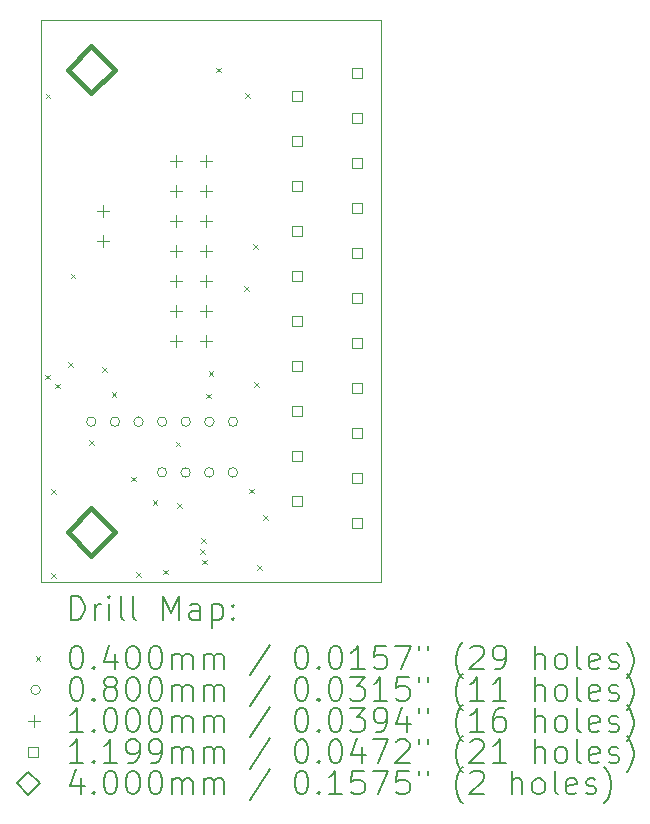
<source format=gbr>
%TF.GenerationSoftware,KiCad,Pcbnew,7.0.8*%
%TF.CreationDate,2024-05-06T13:54:15-04:00*%
%TF.ProjectId,scart breakout,73636172-7420-4627-9265-616b6f75742e,rev?*%
%TF.SameCoordinates,Original*%
%TF.FileFunction,Drillmap*%
%TF.FilePolarity,Positive*%
%FSLAX45Y45*%
G04 Gerber Fmt 4.5, Leading zero omitted, Abs format (unit mm)*
G04 Created by KiCad (PCBNEW 7.0.8) date 2024-05-06 13:54:15*
%MOMM*%
%LPD*%
G01*
G04 APERTURE LIST*
%ADD10C,0.100000*%
%ADD11C,0.200000*%
%ADD12C,0.040000*%
%ADD13C,0.080000*%
%ADD14C,0.119888*%
%ADD15C,0.400000*%
G04 APERTURE END LIST*
D10*
X1219400Y-1241160D02*
X4098500Y-1241160D01*
X4098500Y-6006720D01*
X1219400Y-6006720D01*
X1219400Y-1241160D01*
D11*
D12*
X1252540Y-4247200D02*
X1292540Y-4287200D01*
X1292540Y-4247200D02*
X1252540Y-4287200D01*
X1260160Y-1867220D02*
X1300160Y-1907220D01*
X1300160Y-1867220D02*
X1260160Y-1907220D01*
X1303340Y-5926140D02*
X1343340Y-5966140D01*
X1343340Y-5926140D02*
X1303340Y-5966140D01*
X1305880Y-5217480D02*
X1345880Y-5257480D01*
X1345880Y-5217480D02*
X1305880Y-5257480D01*
X1338900Y-4323400D02*
X1378900Y-4363400D01*
X1378900Y-4323400D02*
X1338900Y-4363400D01*
X1448120Y-4140520D02*
X1488120Y-4180520D01*
X1488120Y-4140520D02*
X1448120Y-4180520D01*
X1470980Y-3391220D02*
X1510980Y-3431220D01*
X1510980Y-3391220D02*
X1470980Y-3431220D01*
X1625920Y-4800920D02*
X1665920Y-4840920D01*
X1665920Y-4800920D02*
X1625920Y-4840920D01*
X1737680Y-4183700D02*
X1777680Y-4223700D01*
X1777680Y-4183700D02*
X1737680Y-4223700D01*
X1818960Y-4395850D02*
X1858960Y-4435850D01*
X1858960Y-4395850D02*
X1818960Y-4435850D01*
X1981520Y-5110800D02*
X2021520Y-5150800D01*
X2021520Y-5110800D02*
X1981520Y-5150800D01*
X2027240Y-5918520D02*
X2067240Y-5958520D01*
X2067240Y-5918520D02*
X2027240Y-5958520D01*
X2165581Y-5307710D02*
X2205581Y-5347710D01*
X2205581Y-5307710D02*
X2165581Y-5347710D01*
X2253300Y-5898200D02*
X2293300Y-5938200D01*
X2293300Y-5898200D02*
X2253300Y-5938200D01*
X2359980Y-4813620D02*
X2399980Y-4853620D01*
X2399980Y-4813620D02*
X2359980Y-4853620D01*
X2375220Y-5334320D02*
X2415220Y-5374320D01*
X2415220Y-5334320D02*
X2375220Y-5374320D01*
X2570800Y-5722940D02*
X2610800Y-5762940D01*
X2610800Y-5722940D02*
X2570800Y-5762940D01*
X2575880Y-5634040D02*
X2615880Y-5674040D01*
X2615880Y-5634040D02*
X2575880Y-5674040D01*
X2583500Y-5814380D02*
X2623500Y-5854380D01*
X2623500Y-5814380D02*
X2583500Y-5854380D01*
X2621600Y-4407220D02*
X2661600Y-4447220D01*
X2661600Y-4407220D02*
X2621600Y-4447220D01*
X2639380Y-4219260D02*
X2679380Y-4259260D01*
X2679380Y-4219260D02*
X2639380Y-4259260D01*
X2700340Y-1648780D02*
X2740340Y-1688780D01*
X2740340Y-1648780D02*
X2700340Y-1688780D01*
X2941640Y-3497900D02*
X2981640Y-3537900D01*
X2981640Y-3497900D02*
X2941640Y-3537900D01*
X2946720Y-1864680D02*
X2986720Y-1904680D01*
X2986720Y-1864680D02*
X2946720Y-1904680D01*
X2984820Y-5212400D02*
X3024820Y-5252400D01*
X3024820Y-5212400D02*
X2984820Y-5252400D01*
X3015300Y-3142300D02*
X3055300Y-3182300D01*
X3055300Y-3142300D02*
X3015300Y-3182300D01*
X3028000Y-4313240D02*
X3068000Y-4353240D01*
X3068000Y-4313240D02*
X3028000Y-4353240D01*
X3050860Y-5857560D02*
X3090860Y-5897560D01*
X3090860Y-5857560D02*
X3050860Y-5897560D01*
X3099120Y-5438460D02*
X3139120Y-5478460D01*
X3139120Y-5438460D02*
X3099120Y-5478460D01*
D13*
X1686020Y-4645660D02*
G75*
G03*
X1686020Y-4645660I-40000J0D01*
G01*
X1886020Y-4645660D02*
G75*
G03*
X1886020Y-4645660I-40000J0D01*
G01*
X2086020Y-4645660D02*
G75*
G03*
X2086020Y-4645660I-40000J0D01*
G01*
X2284800Y-5074920D02*
G75*
G03*
X2284800Y-5074920I-40000J0D01*
G01*
X2286020Y-4645660D02*
G75*
G03*
X2286020Y-4645660I-40000J0D01*
G01*
X2484800Y-5074920D02*
G75*
G03*
X2484800Y-5074920I-40000J0D01*
G01*
X2486020Y-4645660D02*
G75*
G03*
X2486020Y-4645660I-40000J0D01*
G01*
X2684800Y-5074920D02*
G75*
G03*
X2684800Y-5074920I-40000J0D01*
G01*
X2686020Y-4645660D02*
G75*
G03*
X2686020Y-4645660I-40000J0D01*
G01*
X2884800Y-5074920D02*
G75*
G03*
X2884800Y-5074920I-40000J0D01*
G01*
X2886020Y-4645660D02*
G75*
G03*
X2886020Y-4645660I-40000J0D01*
G01*
D10*
X1742440Y-2812580D02*
X1742440Y-2912580D01*
X1692440Y-2862580D02*
X1792440Y-2862580D01*
X1742440Y-3066580D02*
X1742440Y-3166580D01*
X1692440Y-3116580D02*
X1792440Y-3116580D01*
X2364740Y-2385860D02*
X2364740Y-2485860D01*
X2314740Y-2435860D02*
X2414740Y-2435860D01*
X2364740Y-2639860D02*
X2364740Y-2739860D01*
X2314740Y-2689860D02*
X2414740Y-2689860D01*
X2364740Y-2893860D02*
X2364740Y-2993860D01*
X2314740Y-2943860D02*
X2414740Y-2943860D01*
X2364740Y-3147860D02*
X2364740Y-3247860D01*
X2314740Y-3197860D02*
X2414740Y-3197860D01*
X2364740Y-3401860D02*
X2364740Y-3501860D01*
X2314740Y-3451860D02*
X2414740Y-3451860D01*
X2364740Y-3655860D02*
X2364740Y-3755860D01*
X2314740Y-3705860D02*
X2414740Y-3705860D01*
X2364740Y-3909860D02*
X2364740Y-4009860D01*
X2314740Y-3959860D02*
X2414740Y-3959860D01*
X2618740Y-2385860D02*
X2618740Y-2485860D01*
X2568740Y-2435860D02*
X2668740Y-2435860D01*
X2618740Y-2639860D02*
X2618740Y-2739860D01*
X2568740Y-2689860D02*
X2668740Y-2689860D01*
X2618740Y-2893860D02*
X2618740Y-2993860D01*
X2568740Y-2943860D02*
X2668740Y-2943860D01*
X2618740Y-3147860D02*
X2618740Y-3247860D01*
X2568740Y-3197860D02*
X2668740Y-3197860D01*
X2618740Y-3401860D02*
X2618740Y-3501860D01*
X2568740Y-3451860D02*
X2668740Y-3451860D01*
X2618740Y-3655860D02*
X2618740Y-3755860D01*
X2568740Y-3705860D02*
X2668740Y-3705860D01*
X2618740Y-3909860D02*
X2618740Y-4009860D01*
X2568740Y-3959860D02*
X2668740Y-3959860D01*
D14*
X3428207Y-1927067D02*
X3428207Y-1842293D01*
X3343433Y-1842293D01*
X3343433Y-1927067D01*
X3428207Y-1927067D01*
X3428207Y-2308067D02*
X3428207Y-2223293D01*
X3343433Y-2223293D01*
X3343433Y-2308067D01*
X3428207Y-2308067D01*
X3428207Y-2689067D02*
X3428207Y-2604293D01*
X3343433Y-2604293D01*
X3343433Y-2689067D01*
X3428207Y-2689067D01*
X3428207Y-3070067D02*
X3428207Y-2985293D01*
X3343433Y-2985293D01*
X3343433Y-3070067D01*
X3428207Y-3070067D01*
X3428207Y-3451067D02*
X3428207Y-3366293D01*
X3343433Y-3366293D01*
X3343433Y-3451067D01*
X3428207Y-3451067D01*
X3428207Y-3832067D02*
X3428207Y-3747293D01*
X3343433Y-3747293D01*
X3343433Y-3832067D01*
X3428207Y-3832067D01*
X3428207Y-4213067D02*
X3428207Y-4128293D01*
X3343433Y-4128293D01*
X3343433Y-4213067D01*
X3428207Y-4213067D01*
X3428207Y-4594067D02*
X3428207Y-4509293D01*
X3343433Y-4509293D01*
X3343433Y-4594067D01*
X3428207Y-4594067D01*
X3428207Y-4975067D02*
X3428207Y-4890293D01*
X3343433Y-4890293D01*
X3343433Y-4975067D01*
X3428207Y-4975067D01*
X3428207Y-5356067D02*
X3428207Y-5271293D01*
X3343433Y-5271293D01*
X3343433Y-5356067D01*
X3428207Y-5356067D01*
X3936207Y-1736567D02*
X3936207Y-1651793D01*
X3851433Y-1651793D01*
X3851433Y-1736567D01*
X3936207Y-1736567D01*
X3936207Y-2117567D02*
X3936207Y-2032793D01*
X3851433Y-2032793D01*
X3851433Y-2117567D01*
X3936207Y-2117567D01*
X3936207Y-2498567D02*
X3936207Y-2413793D01*
X3851433Y-2413793D01*
X3851433Y-2498567D01*
X3936207Y-2498567D01*
X3936207Y-2879567D02*
X3936207Y-2794793D01*
X3851433Y-2794793D01*
X3851433Y-2879567D01*
X3936207Y-2879567D01*
X3936207Y-3260567D02*
X3936207Y-3175793D01*
X3851433Y-3175793D01*
X3851433Y-3260567D01*
X3936207Y-3260567D01*
X3936207Y-3641567D02*
X3936207Y-3556793D01*
X3851433Y-3556793D01*
X3851433Y-3641567D01*
X3936207Y-3641567D01*
X3936207Y-4022567D02*
X3936207Y-3937793D01*
X3851433Y-3937793D01*
X3851433Y-4022567D01*
X3936207Y-4022567D01*
X3936207Y-4403567D02*
X3936207Y-4318793D01*
X3851433Y-4318793D01*
X3851433Y-4403567D01*
X3936207Y-4403567D01*
X3936207Y-4784567D02*
X3936207Y-4699793D01*
X3851433Y-4699793D01*
X3851433Y-4784567D01*
X3936207Y-4784567D01*
X3936207Y-5165567D02*
X3936207Y-5080793D01*
X3851433Y-5080793D01*
X3851433Y-5165567D01*
X3936207Y-5165567D01*
X3936207Y-5546567D02*
X3936207Y-5461793D01*
X3851433Y-5461793D01*
X3851433Y-5546567D01*
X3936207Y-5546567D01*
D15*
X1646800Y-1865240D02*
X1846800Y-1665240D01*
X1646800Y-1465240D01*
X1446800Y-1665240D01*
X1646800Y-1865240D01*
X1646800Y-5780000D02*
X1846800Y-5580000D01*
X1646800Y-5380000D01*
X1446800Y-5580000D01*
X1646800Y-5780000D01*
D11*
X1475177Y-6323204D02*
X1475177Y-6123204D01*
X1475177Y-6123204D02*
X1522796Y-6123204D01*
X1522796Y-6123204D02*
X1551367Y-6132728D01*
X1551367Y-6132728D02*
X1570415Y-6151775D01*
X1570415Y-6151775D02*
X1579939Y-6170823D01*
X1579939Y-6170823D02*
X1589462Y-6208918D01*
X1589462Y-6208918D02*
X1589462Y-6237489D01*
X1589462Y-6237489D02*
X1579939Y-6275585D01*
X1579939Y-6275585D02*
X1570415Y-6294632D01*
X1570415Y-6294632D02*
X1551367Y-6313680D01*
X1551367Y-6313680D02*
X1522796Y-6323204D01*
X1522796Y-6323204D02*
X1475177Y-6323204D01*
X1675177Y-6323204D02*
X1675177Y-6189870D01*
X1675177Y-6227966D02*
X1684701Y-6208918D01*
X1684701Y-6208918D02*
X1694224Y-6199394D01*
X1694224Y-6199394D02*
X1713272Y-6189870D01*
X1713272Y-6189870D02*
X1732320Y-6189870D01*
X1798986Y-6323204D02*
X1798986Y-6189870D01*
X1798986Y-6123204D02*
X1789462Y-6132728D01*
X1789462Y-6132728D02*
X1798986Y-6142251D01*
X1798986Y-6142251D02*
X1808510Y-6132728D01*
X1808510Y-6132728D02*
X1798986Y-6123204D01*
X1798986Y-6123204D02*
X1798986Y-6142251D01*
X1922796Y-6323204D02*
X1903748Y-6313680D01*
X1903748Y-6313680D02*
X1894224Y-6294632D01*
X1894224Y-6294632D02*
X1894224Y-6123204D01*
X2027558Y-6323204D02*
X2008510Y-6313680D01*
X2008510Y-6313680D02*
X1998986Y-6294632D01*
X1998986Y-6294632D02*
X1998986Y-6123204D01*
X2256129Y-6323204D02*
X2256129Y-6123204D01*
X2256129Y-6123204D02*
X2322796Y-6266061D01*
X2322796Y-6266061D02*
X2389463Y-6123204D01*
X2389463Y-6123204D02*
X2389463Y-6323204D01*
X2570415Y-6323204D02*
X2570415Y-6218442D01*
X2570415Y-6218442D02*
X2560891Y-6199394D01*
X2560891Y-6199394D02*
X2541844Y-6189870D01*
X2541844Y-6189870D02*
X2503748Y-6189870D01*
X2503748Y-6189870D02*
X2484701Y-6199394D01*
X2570415Y-6313680D02*
X2551367Y-6323204D01*
X2551367Y-6323204D02*
X2503748Y-6323204D01*
X2503748Y-6323204D02*
X2484701Y-6313680D01*
X2484701Y-6313680D02*
X2475177Y-6294632D01*
X2475177Y-6294632D02*
X2475177Y-6275585D01*
X2475177Y-6275585D02*
X2484701Y-6256537D01*
X2484701Y-6256537D02*
X2503748Y-6247013D01*
X2503748Y-6247013D02*
X2551367Y-6247013D01*
X2551367Y-6247013D02*
X2570415Y-6237489D01*
X2665653Y-6189870D02*
X2665653Y-6389870D01*
X2665653Y-6199394D02*
X2684701Y-6189870D01*
X2684701Y-6189870D02*
X2722796Y-6189870D01*
X2722796Y-6189870D02*
X2741844Y-6199394D01*
X2741844Y-6199394D02*
X2751367Y-6208918D01*
X2751367Y-6208918D02*
X2760891Y-6227966D01*
X2760891Y-6227966D02*
X2760891Y-6285108D01*
X2760891Y-6285108D02*
X2751367Y-6304156D01*
X2751367Y-6304156D02*
X2741844Y-6313680D01*
X2741844Y-6313680D02*
X2722796Y-6323204D01*
X2722796Y-6323204D02*
X2684701Y-6323204D01*
X2684701Y-6323204D02*
X2665653Y-6313680D01*
X2846605Y-6304156D02*
X2856129Y-6313680D01*
X2856129Y-6313680D02*
X2846605Y-6323204D01*
X2846605Y-6323204D02*
X2837082Y-6313680D01*
X2837082Y-6313680D02*
X2846605Y-6304156D01*
X2846605Y-6304156D02*
X2846605Y-6323204D01*
X2846605Y-6199394D02*
X2856129Y-6208918D01*
X2856129Y-6208918D02*
X2846605Y-6218442D01*
X2846605Y-6218442D02*
X2837082Y-6208918D01*
X2837082Y-6208918D02*
X2846605Y-6199394D01*
X2846605Y-6199394D02*
X2846605Y-6218442D01*
D12*
X1174400Y-6631720D02*
X1214400Y-6671720D01*
X1214400Y-6631720D02*
X1174400Y-6671720D01*
D11*
X1513272Y-6543204D02*
X1532320Y-6543204D01*
X1532320Y-6543204D02*
X1551367Y-6552728D01*
X1551367Y-6552728D02*
X1560891Y-6562251D01*
X1560891Y-6562251D02*
X1570415Y-6581299D01*
X1570415Y-6581299D02*
X1579939Y-6619394D01*
X1579939Y-6619394D02*
X1579939Y-6667013D01*
X1579939Y-6667013D02*
X1570415Y-6705108D01*
X1570415Y-6705108D02*
X1560891Y-6724156D01*
X1560891Y-6724156D02*
X1551367Y-6733680D01*
X1551367Y-6733680D02*
X1532320Y-6743204D01*
X1532320Y-6743204D02*
X1513272Y-6743204D01*
X1513272Y-6743204D02*
X1494224Y-6733680D01*
X1494224Y-6733680D02*
X1484701Y-6724156D01*
X1484701Y-6724156D02*
X1475177Y-6705108D01*
X1475177Y-6705108D02*
X1465653Y-6667013D01*
X1465653Y-6667013D02*
X1465653Y-6619394D01*
X1465653Y-6619394D02*
X1475177Y-6581299D01*
X1475177Y-6581299D02*
X1484701Y-6562251D01*
X1484701Y-6562251D02*
X1494224Y-6552728D01*
X1494224Y-6552728D02*
X1513272Y-6543204D01*
X1665653Y-6724156D02*
X1675177Y-6733680D01*
X1675177Y-6733680D02*
X1665653Y-6743204D01*
X1665653Y-6743204D02*
X1656129Y-6733680D01*
X1656129Y-6733680D02*
X1665653Y-6724156D01*
X1665653Y-6724156D02*
X1665653Y-6743204D01*
X1846605Y-6609870D02*
X1846605Y-6743204D01*
X1798986Y-6533680D02*
X1751367Y-6676537D01*
X1751367Y-6676537D02*
X1875177Y-6676537D01*
X1989462Y-6543204D02*
X2008510Y-6543204D01*
X2008510Y-6543204D02*
X2027558Y-6552728D01*
X2027558Y-6552728D02*
X2037082Y-6562251D01*
X2037082Y-6562251D02*
X2046605Y-6581299D01*
X2046605Y-6581299D02*
X2056129Y-6619394D01*
X2056129Y-6619394D02*
X2056129Y-6667013D01*
X2056129Y-6667013D02*
X2046605Y-6705108D01*
X2046605Y-6705108D02*
X2037082Y-6724156D01*
X2037082Y-6724156D02*
X2027558Y-6733680D01*
X2027558Y-6733680D02*
X2008510Y-6743204D01*
X2008510Y-6743204D02*
X1989462Y-6743204D01*
X1989462Y-6743204D02*
X1970415Y-6733680D01*
X1970415Y-6733680D02*
X1960891Y-6724156D01*
X1960891Y-6724156D02*
X1951367Y-6705108D01*
X1951367Y-6705108D02*
X1941843Y-6667013D01*
X1941843Y-6667013D02*
X1941843Y-6619394D01*
X1941843Y-6619394D02*
X1951367Y-6581299D01*
X1951367Y-6581299D02*
X1960891Y-6562251D01*
X1960891Y-6562251D02*
X1970415Y-6552728D01*
X1970415Y-6552728D02*
X1989462Y-6543204D01*
X2179939Y-6543204D02*
X2198986Y-6543204D01*
X2198986Y-6543204D02*
X2218034Y-6552728D01*
X2218034Y-6552728D02*
X2227558Y-6562251D01*
X2227558Y-6562251D02*
X2237082Y-6581299D01*
X2237082Y-6581299D02*
X2246605Y-6619394D01*
X2246605Y-6619394D02*
X2246605Y-6667013D01*
X2246605Y-6667013D02*
X2237082Y-6705108D01*
X2237082Y-6705108D02*
X2227558Y-6724156D01*
X2227558Y-6724156D02*
X2218034Y-6733680D01*
X2218034Y-6733680D02*
X2198986Y-6743204D01*
X2198986Y-6743204D02*
X2179939Y-6743204D01*
X2179939Y-6743204D02*
X2160891Y-6733680D01*
X2160891Y-6733680D02*
X2151367Y-6724156D01*
X2151367Y-6724156D02*
X2141844Y-6705108D01*
X2141844Y-6705108D02*
X2132320Y-6667013D01*
X2132320Y-6667013D02*
X2132320Y-6619394D01*
X2132320Y-6619394D02*
X2141844Y-6581299D01*
X2141844Y-6581299D02*
X2151367Y-6562251D01*
X2151367Y-6562251D02*
X2160891Y-6552728D01*
X2160891Y-6552728D02*
X2179939Y-6543204D01*
X2332320Y-6743204D02*
X2332320Y-6609870D01*
X2332320Y-6628918D02*
X2341844Y-6619394D01*
X2341844Y-6619394D02*
X2360891Y-6609870D01*
X2360891Y-6609870D02*
X2389463Y-6609870D01*
X2389463Y-6609870D02*
X2408510Y-6619394D01*
X2408510Y-6619394D02*
X2418034Y-6638442D01*
X2418034Y-6638442D02*
X2418034Y-6743204D01*
X2418034Y-6638442D02*
X2427558Y-6619394D01*
X2427558Y-6619394D02*
X2446605Y-6609870D01*
X2446605Y-6609870D02*
X2475177Y-6609870D01*
X2475177Y-6609870D02*
X2494225Y-6619394D01*
X2494225Y-6619394D02*
X2503748Y-6638442D01*
X2503748Y-6638442D02*
X2503748Y-6743204D01*
X2598986Y-6743204D02*
X2598986Y-6609870D01*
X2598986Y-6628918D02*
X2608510Y-6619394D01*
X2608510Y-6619394D02*
X2627558Y-6609870D01*
X2627558Y-6609870D02*
X2656129Y-6609870D01*
X2656129Y-6609870D02*
X2675177Y-6619394D01*
X2675177Y-6619394D02*
X2684701Y-6638442D01*
X2684701Y-6638442D02*
X2684701Y-6743204D01*
X2684701Y-6638442D02*
X2694225Y-6619394D01*
X2694225Y-6619394D02*
X2713272Y-6609870D01*
X2713272Y-6609870D02*
X2741844Y-6609870D01*
X2741844Y-6609870D02*
X2760891Y-6619394D01*
X2760891Y-6619394D02*
X2770415Y-6638442D01*
X2770415Y-6638442D02*
X2770415Y-6743204D01*
X3160891Y-6533680D02*
X2989463Y-6790823D01*
X3418034Y-6543204D02*
X3437082Y-6543204D01*
X3437082Y-6543204D02*
X3456129Y-6552728D01*
X3456129Y-6552728D02*
X3465653Y-6562251D01*
X3465653Y-6562251D02*
X3475177Y-6581299D01*
X3475177Y-6581299D02*
X3484701Y-6619394D01*
X3484701Y-6619394D02*
X3484701Y-6667013D01*
X3484701Y-6667013D02*
X3475177Y-6705108D01*
X3475177Y-6705108D02*
X3465653Y-6724156D01*
X3465653Y-6724156D02*
X3456129Y-6733680D01*
X3456129Y-6733680D02*
X3437082Y-6743204D01*
X3437082Y-6743204D02*
X3418034Y-6743204D01*
X3418034Y-6743204D02*
X3398986Y-6733680D01*
X3398986Y-6733680D02*
X3389463Y-6724156D01*
X3389463Y-6724156D02*
X3379939Y-6705108D01*
X3379939Y-6705108D02*
X3370415Y-6667013D01*
X3370415Y-6667013D02*
X3370415Y-6619394D01*
X3370415Y-6619394D02*
X3379939Y-6581299D01*
X3379939Y-6581299D02*
X3389463Y-6562251D01*
X3389463Y-6562251D02*
X3398986Y-6552728D01*
X3398986Y-6552728D02*
X3418034Y-6543204D01*
X3570415Y-6724156D02*
X3579939Y-6733680D01*
X3579939Y-6733680D02*
X3570415Y-6743204D01*
X3570415Y-6743204D02*
X3560891Y-6733680D01*
X3560891Y-6733680D02*
X3570415Y-6724156D01*
X3570415Y-6724156D02*
X3570415Y-6743204D01*
X3703748Y-6543204D02*
X3722796Y-6543204D01*
X3722796Y-6543204D02*
X3741844Y-6552728D01*
X3741844Y-6552728D02*
X3751367Y-6562251D01*
X3751367Y-6562251D02*
X3760891Y-6581299D01*
X3760891Y-6581299D02*
X3770415Y-6619394D01*
X3770415Y-6619394D02*
X3770415Y-6667013D01*
X3770415Y-6667013D02*
X3760891Y-6705108D01*
X3760891Y-6705108D02*
X3751367Y-6724156D01*
X3751367Y-6724156D02*
X3741844Y-6733680D01*
X3741844Y-6733680D02*
X3722796Y-6743204D01*
X3722796Y-6743204D02*
X3703748Y-6743204D01*
X3703748Y-6743204D02*
X3684701Y-6733680D01*
X3684701Y-6733680D02*
X3675177Y-6724156D01*
X3675177Y-6724156D02*
X3665653Y-6705108D01*
X3665653Y-6705108D02*
X3656129Y-6667013D01*
X3656129Y-6667013D02*
X3656129Y-6619394D01*
X3656129Y-6619394D02*
X3665653Y-6581299D01*
X3665653Y-6581299D02*
X3675177Y-6562251D01*
X3675177Y-6562251D02*
X3684701Y-6552728D01*
X3684701Y-6552728D02*
X3703748Y-6543204D01*
X3960891Y-6743204D02*
X3846606Y-6743204D01*
X3903748Y-6743204D02*
X3903748Y-6543204D01*
X3903748Y-6543204D02*
X3884701Y-6571775D01*
X3884701Y-6571775D02*
X3865653Y-6590823D01*
X3865653Y-6590823D02*
X3846606Y-6600347D01*
X4141844Y-6543204D02*
X4046606Y-6543204D01*
X4046606Y-6543204D02*
X4037082Y-6638442D01*
X4037082Y-6638442D02*
X4046606Y-6628918D01*
X4046606Y-6628918D02*
X4065653Y-6619394D01*
X4065653Y-6619394D02*
X4113272Y-6619394D01*
X4113272Y-6619394D02*
X4132320Y-6628918D01*
X4132320Y-6628918D02*
X4141844Y-6638442D01*
X4141844Y-6638442D02*
X4151367Y-6657489D01*
X4151367Y-6657489D02*
X4151367Y-6705108D01*
X4151367Y-6705108D02*
X4141844Y-6724156D01*
X4141844Y-6724156D02*
X4132320Y-6733680D01*
X4132320Y-6733680D02*
X4113272Y-6743204D01*
X4113272Y-6743204D02*
X4065653Y-6743204D01*
X4065653Y-6743204D02*
X4046606Y-6733680D01*
X4046606Y-6733680D02*
X4037082Y-6724156D01*
X4218034Y-6543204D02*
X4351368Y-6543204D01*
X4351368Y-6543204D02*
X4265653Y-6743204D01*
X4418034Y-6543204D02*
X4418034Y-6581299D01*
X4494225Y-6543204D02*
X4494225Y-6581299D01*
X4789463Y-6819394D02*
X4779939Y-6809870D01*
X4779939Y-6809870D02*
X4760891Y-6781299D01*
X4760891Y-6781299D02*
X4751368Y-6762251D01*
X4751368Y-6762251D02*
X4741844Y-6733680D01*
X4741844Y-6733680D02*
X4732320Y-6686061D01*
X4732320Y-6686061D02*
X4732320Y-6647966D01*
X4732320Y-6647966D02*
X4741844Y-6600347D01*
X4741844Y-6600347D02*
X4751368Y-6571775D01*
X4751368Y-6571775D02*
X4760891Y-6552728D01*
X4760891Y-6552728D02*
X4779939Y-6524156D01*
X4779939Y-6524156D02*
X4789463Y-6514632D01*
X4856130Y-6562251D02*
X4865653Y-6552728D01*
X4865653Y-6552728D02*
X4884701Y-6543204D01*
X4884701Y-6543204D02*
X4932320Y-6543204D01*
X4932320Y-6543204D02*
X4951368Y-6552728D01*
X4951368Y-6552728D02*
X4960891Y-6562251D01*
X4960891Y-6562251D02*
X4970415Y-6581299D01*
X4970415Y-6581299D02*
X4970415Y-6600347D01*
X4970415Y-6600347D02*
X4960891Y-6628918D01*
X4960891Y-6628918D02*
X4846606Y-6743204D01*
X4846606Y-6743204D02*
X4970415Y-6743204D01*
X5065653Y-6743204D02*
X5103749Y-6743204D01*
X5103749Y-6743204D02*
X5122796Y-6733680D01*
X5122796Y-6733680D02*
X5132320Y-6724156D01*
X5132320Y-6724156D02*
X5151368Y-6695585D01*
X5151368Y-6695585D02*
X5160891Y-6657489D01*
X5160891Y-6657489D02*
X5160891Y-6581299D01*
X5160891Y-6581299D02*
X5151368Y-6562251D01*
X5151368Y-6562251D02*
X5141844Y-6552728D01*
X5141844Y-6552728D02*
X5122796Y-6543204D01*
X5122796Y-6543204D02*
X5084701Y-6543204D01*
X5084701Y-6543204D02*
X5065653Y-6552728D01*
X5065653Y-6552728D02*
X5056130Y-6562251D01*
X5056130Y-6562251D02*
X5046606Y-6581299D01*
X5046606Y-6581299D02*
X5046606Y-6628918D01*
X5046606Y-6628918D02*
X5056130Y-6647966D01*
X5056130Y-6647966D02*
X5065653Y-6657489D01*
X5065653Y-6657489D02*
X5084701Y-6667013D01*
X5084701Y-6667013D02*
X5122796Y-6667013D01*
X5122796Y-6667013D02*
X5141844Y-6657489D01*
X5141844Y-6657489D02*
X5151368Y-6647966D01*
X5151368Y-6647966D02*
X5160891Y-6628918D01*
X5398987Y-6743204D02*
X5398987Y-6543204D01*
X5484701Y-6743204D02*
X5484701Y-6638442D01*
X5484701Y-6638442D02*
X5475177Y-6619394D01*
X5475177Y-6619394D02*
X5456130Y-6609870D01*
X5456130Y-6609870D02*
X5427558Y-6609870D01*
X5427558Y-6609870D02*
X5408511Y-6619394D01*
X5408511Y-6619394D02*
X5398987Y-6628918D01*
X5608510Y-6743204D02*
X5589463Y-6733680D01*
X5589463Y-6733680D02*
X5579939Y-6724156D01*
X5579939Y-6724156D02*
X5570415Y-6705108D01*
X5570415Y-6705108D02*
X5570415Y-6647966D01*
X5570415Y-6647966D02*
X5579939Y-6628918D01*
X5579939Y-6628918D02*
X5589463Y-6619394D01*
X5589463Y-6619394D02*
X5608510Y-6609870D01*
X5608510Y-6609870D02*
X5637082Y-6609870D01*
X5637082Y-6609870D02*
X5656130Y-6619394D01*
X5656130Y-6619394D02*
X5665653Y-6628918D01*
X5665653Y-6628918D02*
X5675177Y-6647966D01*
X5675177Y-6647966D02*
X5675177Y-6705108D01*
X5675177Y-6705108D02*
X5665653Y-6724156D01*
X5665653Y-6724156D02*
X5656130Y-6733680D01*
X5656130Y-6733680D02*
X5637082Y-6743204D01*
X5637082Y-6743204D02*
X5608510Y-6743204D01*
X5789463Y-6743204D02*
X5770415Y-6733680D01*
X5770415Y-6733680D02*
X5760891Y-6714632D01*
X5760891Y-6714632D02*
X5760891Y-6543204D01*
X5941844Y-6733680D02*
X5922796Y-6743204D01*
X5922796Y-6743204D02*
X5884701Y-6743204D01*
X5884701Y-6743204D02*
X5865653Y-6733680D01*
X5865653Y-6733680D02*
X5856130Y-6714632D01*
X5856130Y-6714632D02*
X5856130Y-6638442D01*
X5856130Y-6638442D02*
X5865653Y-6619394D01*
X5865653Y-6619394D02*
X5884701Y-6609870D01*
X5884701Y-6609870D02*
X5922796Y-6609870D01*
X5922796Y-6609870D02*
X5941844Y-6619394D01*
X5941844Y-6619394D02*
X5951368Y-6638442D01*
X5951368Y-6638442D02*
X5951368Y-6657489D01*
X5951368Y-6657489D02*
X5856130Y-6676537D01*
X6027558Y-6733680D02*
X6046606Y-6743204D01*
X6046606Y-6743204D02*
X6084701Y-6743204D01*
X6084701Y-6743204D02*
X6103749Y-6733680D01*
X6103749Y-6733680D02*
X6113272Y-6714632D01*
X6113272Y-6714632D02*
X6113272Y-6705108D01*
X6113272Y-6705108D02*
X6103749Y-6686061D01*
X6103749Y-6686061D02*
X6084701Y-6676537D01*
X6084701Y-6676537D02*
X6056130Y-6676537D01*
X6056130Y-6676537D02*
X6037082Y-6667013D01*
X6037082Y-6667013D02*
X6027558Y-6647966D01*
X6027558Y-6647966D02*
X6027558Y-6638442D01*
X6027558Y-6638442D02*
X6037082Y-6619394D01*
X6037082Y-6619394D02*
X6056130Y-6609870D01*
X6056130Y-6609870D02*
X6084701Y-6609870D01*
X6084701Y-6609870D02*
X6103749Y-6619394D01*
X6179939Y-6819394D02*
X6189463Y-6809870D01*
X6189463Y-6809870D02*
X6208511Y-6781299D01*
X6208511Y-6781299D02*
X6218034Y-6762251D01*
X6218034Y-6762251D02*
X6227558Y-6733680D01*
X6227558Y-6733680D02*
X6237082Y-6686061D01*
X6237082Y-6686061D02*
X6237082Y-6647966D01*
X6237082Y-6647966D02*
X6227558Y-6600347D01*
X6227558Y-6600347D02*
X6218034Y-6571775D01*
X6218034Y-6571775D02*
X6208511Y-6552728D01*
X6208511Y-6552728D02*
X6189463Y-6524156D01*
X6189463Y-6524156D02*
X6179939Y-6514632D01*
D13*
X1214400Y-6915720D02*
G75*
G03*
X1214400Y-6915720I-40000J0D01*
G01*
D11*
X1513272Y-6807204D02*
X1532320Y-6807204D01*
X1532320Y-6807204D02*
X1551367Y-6816728D01*
X1551367Y-6816728D02*
X1560891Y-6826251D01*
X1560891Y-6826251D02*
X1570415Y-6845299D01*
X1570415Y-6845299D02*
X1579939Y-6883394D01*
X1579939Y-6883394D02*
X1579939Y-6931013D01*
X1579939Y-6931013D02*
X1570415Y-6969108D01*
X1570415Y-6969108D02*
X1560891Y-6988156D01*
X1560891Y-6988156D02*
X1551367Y-6997680D01*
X1551367Y-6997680D02*
X1532320Y-7007204D01*
X1532320Y-7007204D02*
X1513272Y-7007204D01*
X1513272Y-7007204D02*
X1494224Y-6997680D01*
X1494224Y-6997680D02*
X1484701Y-6988156D01*
X1484701Y-6988156D02*
X1475177Y-6969108D01*
X1475177Y-6969108D02*
X1465653Y-6931013D01*
X1465653Y-6931013D02*
X1465653Y-6883394D01*
X1465653Y-6883394D02*
X1475177Y-6845299D01*
X1475177Y-6845299D02*
X1484701Y-6826251D01*
X1484701Y-6826251D02*
X1494224Y-6816728D01*
X1494224Y-6816728D02*
X1513272Y-6807204D01*
X1665653Y-6988156D02*
X1675177Y-6997680D01*
X1675177Y-6997680D02*
X1665653Y-7007204D01*
X1665653Y-7007204D02*
X1656129Y-6997680D01*
X1656129Y-6997680D02*
X1665653Y-6988156D01*
X1665653Y-6988156D02*
X1665653Y-7007204D01*
X1789462Y-6892918D02*
X1770415Y-6883394D01*
X1770415Y-6883394D02*
X1760891Y-6873870D01*
X1760891Y-6873870D02*
X1751367Y-6854823D01*
X1751367Y-6854823D02*
X1751367Y-6845299D01*
X1751367Y-6845299D02*
X1760891Y-6826251D01*
X1760891Y-6826251D02*
X1770415Y-6816728D01*
X1770415Y-6816728D02*
X1789462Y-6807204D01*
X1789462Y-6807204D02*
X1827558Y-6807204D01*
X1827558Y-6807204D02*
X1846605Y-6816728D01*
X1846605Y-6816728D02*
X1856129Y-6826251D01*
X1856129Y-6826251D02*
X1865653Y-6845299D01*
X1865653Y-6845299D02*
X1865653Y-6854823D01*
X1865653Y-6854823D02*
X1856129Y-6873870D01*
X1856129Y-6873870D02*
X1846605Y-6883394D01*
X1846605Y-6883394D02*
X1827558Y-6892918D01*
X1827558Y-6892918D02*
X1789462Y-6892918D01*
X1789462Y-6892918D02*
X1770415Y-6902442D01*
X1770415Y-6902442D02*
X1760891Y-6911966D01*
X1760891Y-6911966D02*
X1751367Y-6931013D01*
X1751367Y-6931013D02*
X1751367Y-6969108D01*
X1751367Y-6969108D02*
X1760891Y-6988156D01*
X1760891Y-6988156D02*
X1770415Y-6997680D01*
X1770415Y-6997680D02*
X1789462Y-7007204D01*
X1789462Y-7007204D02*
X1827558Y-7007204D01*
X1827558Y-7007204D02*
X1846605Y-6997680D01*
X1846605Y-6997680D02*
X1856129Y-6988156D01*
X1856129Y-6988156D02*
X1865653Y-6969108D01*
X1865653Y-6969108D02*
X1865653Y-6931013D01*
X1865653Y-6931013D02*
X1856129Y-6911966D01*
X1856129Y-6911966D02*
X1846605Y-6902442D01*
X1846605Y-6902442D02*
X1827558Y-6892918D01*
X1989462Y-6807204D02*
X2008510Y-6807204D01*
X2008510Y-6807204D02*
X2027558Y-6816728D01*
X2027558Y-6816728D02*
X2037082Y-6826251D01*
X2037082Y-6826251D02*
X2046605Y-6845299D01*
X2046605Y-6845299D02*
X2056129Y-6883394D01*
X2056129Y-6883394D02*
X2056129Y-6931013D01*
X2056129Y-6931013D02*
X2046605Y-6969108D01*
X2046605Y-6969108D02*
X2037082Y-6988156D01*
X2037082Y-6988156D02*
X2027558Y-6997680D01*
X2027558Y-6997680D02*
X2008510Y-7007204D01*
X2008510Y-7007204D02*
X1989462Y-7007204D01*
X1989462Y-7007204D02*
X1970415Y-6997680D01*
X1970415Y-6997680D02*
X1960891Y-6988156D01*
X1960891Y-6988156D02*
X1951367Y-6969108D01*
X1951367Y-6969108D02*
X1941843Y-6931013D01*
X1941843Y-6931013D02*
X1941843Y-6883394D01*
X1941843Y-6883394D02*
X1951367Y-6845299D01*
X1951367Y-6845299D02*
X1960891Y-6826251D01*
X1960891Y-6826251D02*
X1970415Y-6816728D01*
X1970415Y-6816728D02*
X1989462Y-6807204D01*
X2179939Y-6807204D02*
X2198986Y-6807204D01*
X2198986Y-6807204D02*
X2218034Y-6816728D01*
X2218034Y-6816728D02*
X2227558Y-6826251D01*
X2227558Y-6826251D02*
X2237082Y-6845299D01*
X2237082Y-6845299D02*
X2246605Y-6883394D01*
X2246605Y-6883394D02*
X2246605Y-6931013D01*
X2246605Y-6931013D02*
X2237082Y-6969108D01*
X2237082Y-6969108D02*
X2227558Y-6988156D01*
X2227558Y-6988156D02*
X2218034Y-6997680D01*
X2218034Y-6997680D02*
X2198986Y-7007204D01*
X2198986Y-7007204D02*
X2179939Y-7007204D01*
X2179939Y-7007204D02*
X2160891Y-6997680D01*
X2160891Y-6997680D02*
X2151367Y-6988156D01*
X2151367Y-6988156D02*
X2141844Y-6969108D01*
X2141844Y-6969108D02*
X2132320Y-6931013D01*
X2132320Y-6931013D02*
X2132320Y-6883394D01*
X2132320Y-6883394D02*
X2141844Y-6845299D01*
X2141844Y-6845299D02*
X2151367Y-6826251D01*
X2151367Y-6826251D02*
X2160891Y-6816728D01*
X2160891Y-6816728D02*
X2179939Y-6807204D01*
X2332320Y-7007204D02*
X2332320Y-6873870D01*
X2332320Y-6892918D02*
X2341844Y-6883394D01*
X2341844Y-6883394D02*
X2360891Y-6873870D01*
X2360891Y-6873870D02*
X2389463Y-6873870D01*
X2389463Y-6873870D02*
X2408510Y-6883394D01*
X2408510Y-6883394D02*
X2418034Y-6902442D01*
X2418034Y-6902442D02*
X2418034Y-7007204D01*
X2418034Y-6902442D02*
X2427558Y-6883394D01*
X2427558Y-6883394D02*
X2446605Y-6873870D01*
X2446605Y-6873870D02*
X2475177Y-6873870D01*
X2475177Y-6873870D02*
X2494225Y-6883394D01*
X2494225Y-6883394D02*
X2503748Y-6902442D01*
X2503748Y-6902442D02*
X2503748Y-7007204D01*
X2598986Y-7007204D02*
X2598986Y-6873870D01*
X2598986Y-6892918D02*
X2608510Y-6883394D01*
X2608510Y-6883394D02*
X2627558Y-6873870D01*
X2627558Y-6873870D02*
X2656129Y-6873870D01*
X2656129Y-6873870D02*
X2675177Y-6883394D01*
X2675177Y-6883394D02*
X2684701Y-6902442D01*
X2684701Y-6902442D02*
X2684701Y-7007204D01*
X2684701Y-6902442D02*
X2694225Y-6883394D01*
X2694225Y-6883394D02*
X2713272Y-6873870D01*
X2713272Y-6873870D02*
X2741844Y-6873870D01*
X2741844Y-6873870D02*
X2760891Y-6883394D01*
X2760891Y-6883394D02*
X2770415Y-6902442D01*
X2770415Y-6902442D02*
X2770415Y-7007204D01*
X3160891Y-6797680D02*
X2989463Y-7054823D01*
X3418034Y-6807204D02*
X3437082Y-6807204D01*
X3437082Y-6807204D02*
X3456129Y-6816728D01*
X3456129Y-6816728D02*
X3465653Y-6826251D01*
X3465653Y-6826251D02*
X3475177Y-6845299D01*
X3475177Y-6845299D02*
X3484701Y-6883394D01*
X3484701Y-6883394D02*
X3484701Y-6931013D01*
X3484701Y-6931013D02*
X3475177Y-6969108D01*
X3475177Y-6969108D02*
X3465653Y-6988156D01*
X3465653Y-6988156D02*
X3456129Y-6997680D01*
X3456129Y-6997680D02*
X3437082Y-7007204D01*
X3437082Y-7007204D02*
X3418034Y-7007204D01*
X3418034Y-7007204D02*
X3398986Y-6997680D01*
X3398986Y-6997680D02*
X3389463Y-6988156D01*
X3389463Y-6988156D02*
X3379939Y-6969108D01*
X3379939Y-6969108D02*
X3370415Y-6931013D01*
X3370415Y-6931013D02*
X3370415Y-6883394D01*
X3370415Y-6883394D02*
X3379939Y-6845299D01*
X3379939Y-6845299D02*
X3389463Y-6826251D01*
X3389463Y-6826251D02*
X3398986Y-6816728D01*
X3398986Y-6816728D02*
X3418034Y-6807204D01*
X3570415Y-6988156D02*
X3579939Y-6997680D01*
X3579939Y-6997680D02*
X3570415Y-7007204D01*
X3570415Y-7007204D02*
X3560891Y-6997680D01*
X3560891Y-6997680D02*
X3570415Y-6988156D01*
X3570415Y-6988156D02*
X3570415Y-7007204D01*
X3703748Y-6807204D02*
X3722796Y-6807204D01*
X3722796Y-6807204D02*
X3741844Y-6816728D01*
X3741844Y-6816728D02*
X3751367Y-6826251D01*
X3751367Y-6826251D02*
X3760891Y-6845299D01*
X3760891Y-6845299D02*
X3770415Y-6883394D01*
X3770415Y-6883394D02*
X3770415Y-6931013D01*
X3770415Y-6931013D02*
X3760891Y-6969108D01*
X3760891Y-6969108D02*
X3751367Y-6988156D01*
X3751367Y-6988156D02*
X3741844Y-6997680D01*
X3741844Y-6997680D02*
X3722796Y-7007204D01*
X3722796Y-7007204D02*
X3703748Y-7007204D01*
X3703748Y-7007204D02*
X3684701Y-6997680D01*
X3684701Y-6997680D02*
X3675177Y-6988156D01*
X3675177Y-6988156D02*
X3665653Y-6969108D01*
X3665653Y-6969108D02*
X3656129Y-6931013D01*
X3656129Y-6931013D02*
X3656129Y-6883394D01*
X3656129Y-6883394D02*
X3665653Y-6845299D01*
X3665653Y-6845299D02*
X3675177Y-6826251D01*
X3675177Y-6826251D02*
X3684701Y-6816728D01*
X3684701Y-6816728D02*
X3703748Y-6807204D01*
X3837082Y-6807204D02*
X3960891Y-6807204D01*
X3960891Y-6807204D02*
X3894225Y-6883394D01*
X3894225Y-6883394D02*
X3922796Y-6883394D01*
X3922796Y-6883394D02*
X3941844Y-6892918D01*
X3941844Y-6892918D02*
X3951367Y-6902442D01*
X3951367Y-6902442D02*
X3960891Y-6921489D01*
X3960891Y-6921489D02*
X3960891Y-6969108D01*
X3960891Y-6969108D02*
X3951367Y-6988156D01*
X3951367Y-6988156D02*
X3941844Y-6997680D01*
X3941844Y-6997680D02*
X3922796Y-7007204D01*
X3922796Y-7007204D02*
X3865653Y-7007204D01*
X3865653Y-7007204D02*
X3846606Y-6997680D01*
X3846606Y-6997680D02*
X3837082Y-6988156D01*
X4151367Y-7007204D02*
X4037082Y-7007204D01*
X4094225Y-7007204D02*
X4094225Y-6807204D01*
X4094225Y-6807204D02*
X4075177Y-6835775D01*
X4075177Y-6835775D02*
X4056129Y-6854823D01*
X4056129Y-6854823D02*
X4037082Y-6864347D01*
X4332320Y-6807204D02*
X4237082Y-6807204D01*
X4237082Y-6807204D02*
X4227558Y-6902442D01*
X4227558Y-6902442D02*
X4237082Y-6892918D01*
X4237082Y-6892918D02*
X4256129Y-6883394D01*
X4256129Y-6883394D02*
X4303749Y-6883394D01*
X4303749Y-6883394D02*
X4322796Y-6892918D01*
X4322796Y-6892918D02*
X4332320Y-6902442D01*
X4332320Y-6902442D02*
X4341844Y-6921489D01*
X4341844Y-6921489D02*
X4341844Y-6969108D01*
X4341844Y-6969108D02*
X4332320Y-6988156D01*
X4332320Y-6988156D02*
X4322796Y-6997680D01*
X4322796Y-6997680D02*
X4303749Y-7007204D01*
X4303749Y-7007204D02*
X4256129Y-7007204D01*
X4256129Y-7007204D02*
X4237082Y-6997680D01*
X4237082Y-6997680D02*
X4227558Y-6988156D01*
X4418034Y-6807204D02*
X4418034Y-6845299D01*
X4494225Y-6807204D02*
X4494225Y-6845299D01*
X4789463Y-7083394D02*
X4779939Y-7073870D01*
X4779939Y-7073870D02*
X4760891Y-7045299D01*
X4760891Y-7045299D02*
X4751368Y-7026251D01*
X4751368Y-7026251D02*
X4741844Y-6997680D01*
X4741844Y-6997680D02*
X4732320Y-6950061D01*
X4732320Y-6950061D02*
X4732320Y-6911966D01*
X4732320Y-6911966D02*
X4741844Y-6864347D01*
X4741844Y-6864347D02*
X4751368Y-6835775D01*
X4751368Y-6835775D02*
X4760891Y-6816728D01*
X4760891Y-6816728D02*
X4779939Y-6788156D01*
X4779939Y-6788156D02*
X4789463Y-6778632D01*
X4970415Y-7007204D02*
X4856130Y-7007204D01*
X4913272Y-7007204D02*
X4913272Y-6807204D01*
X4913272Y-6807204D02*
X4894225Y-6835775D01*
X4894225Y-6835775D02*
X4875177Y-6854823D01*
X4875177Y-6854823D02*
X4856130Y-6864347D01*
X5160891Y-7007204D02*
X5046606Y-7007204D01*
X5103749Y-7007204D02*
X5103749Y-6807204D01*
X5103749Y-6807204D02*
X5084701Y-6835775D01*
X5084701Y-6835775D02*
X5065653Y-6854823D01*
X5065653Y-6854823D02*
X5046606Y-6864347D01*
X5398987Y-7007204D02*
X5398987Y-6807204D01*
X5484701Y-7007204D02*
X5484701Y-6902442D01*
X5484701Y-6902442D02*
X5475177Y-6883394D01*
X5475177Y-6883394D02*
X5456130Y-6873870D01*
X5456130Y-6873870D02*
X5427558Y-6873870D01*
X5427558Y-6873870D02*
X5408511Y-6883394D01*
X5408511Y-6883394D02*
X5398987Y-6892918D01*
X5608510Y-7007204D02*
X5589463Y-6997680D01*
X5589463Y-6997680D02*
X5579939Y-6988156D01*
X5579939Y-6988156D02*
X5570415Y-6969108D01*
X5570415Y-6969108D02*
X5570415Y-6911966D01*
X5570415Y-6911966D02*
X5579939Y-6892918D01*
X5579939Y-6892918D02*
X5589463Y-6883394D01*
X5589463Y-6883394D02*
X5608510Y-6873870D01*
X5608510Y-6873870D02*
X5637082Y-6873870D01*
X5637082Y-6873870D02*
X5656130Y-6883394D01*
X5656130Y-6883394D02*
X5665653Y-6892918D01*
X5665653Y-6892918D02*
X5675177Y-6911966D01*
X5675177Y-6911966D02*
X5675177Y-6969108D01*
X5675177Y-6969108D02*
X5665653Y-6988156D01*
X5665653Y-6988156D02*
X5656130Y-6997680D01*
X5656130Y-6997680D02*
X5637082Y-7007204D01*
X5637082Y-7007204D02*
X5608510Y-7007204D01*
X5789463Y-7007204D02*
X5770415Y-6997680D01*
X5770415Y-6997680D02*
X5760891Y-6978632D01*
X5760891Y-6978632D02*
X5760891Y-6807204D01*
X5941844Y-6997680D02*
X5922796Y-7007204D01*
X5922796Y-7007204D02*
X5884701Y-7007204D01*
X5884701Y-7007204D02*
X5865653Y-6997680D01*
X5865653Y-6997680D02*
X5856130Y-6978632D01*
X5856130Y-6978632D02*
X5856130Y-6902442D01*
X5856130Y-6902442D02*
X5865653Y-6883394D01*
X5865653Y-6883394D02*
X5884701Y-6873870D01*
X5884701Y-6873870D02*
X5922796Y-6873870D01*
X5922796Y-6873870D02*
X5941844Y-6883394D01*
X5941844Y-6883394D02*
X5951368Y-6902442D01*
X5951368Y-6902442D02*
X5951368Y-6921489D01*
X5951368Y-6921489D02*
X5856130Y-6940537D01*
X6027558Y-6997680D02*
X6046606Y-7007204D01*
X6046606Y-7007204D02*
X6084701Y-7007204D01*
X6084701Y-7007204D02*
X6103749Y-6997680D01*
X6103749Y-6997680D02*
X6113272Y-6978632D01*
X6113272Y-6978632D02*
X6113272Y-6969108D01*
X6113272Y-6969108D02*
X6103749Y-6950061D01*
X6103749Y-6950061D02*
X6084701Y-6940537D01*
X6084701Y-6940537D02*
X6056130Y-6940537D01*
X6056130Y-6940537D02*
X6037082Y-6931013D01*
X6037082Y-6931013D02*
X6027558Y-6911966D01*
X6027558Y-6911966D02*
X6027558Y-6902442D01*
X6027558Y-6902442D02*
X6037082Y-6883394D01*
X6037082Y-6883394D02*
X6056130Y-6873870D01*
X6056130Y-6873870D02*
X6084701Y-6873870D01*
X6084701Y-6873870D02*
X6103749Y-6883394D01*
X6179939Y-7083394D02*
X6189463Y-7073870D01*
X6189463Y-7073870D02*
X6208511Y-7045299D01*
X6208511Y-7045299D02*
X6218034Y-7026251D01*
X6218034Y-7026251D02*
X6227558Y-6997680D01*
X6227558Y-6997680D02*
X6237082Y-6950061D01*
X6237082Y-6950061D02*
X6237082Y-6911966D01*
X6237082Y-6911966D02*
X6227558Y-6864347D01*
X6227558Y-6864347D02*
X6218034Y-6835775D01*
X6218034Y-6835775D02*
X6208511Y-6816728D01*
X6208511Y-6816728D02*
X6189463Y-6788156D01*
X6189463Y-6788156D02*
X6179939Y-6778632D01*
D10*
X1164400Y-7129720D02*
X1164400Y-7229720D01*
X1114400Y-7179720D02*
X1214400Y-7179720D01*
D11*
X1579939Y-7271204D02*
X1465653Y-7271204D01*
X1522796Y-7271204D02*
X1522796Y-7071204D01*
X1522796Y-7071204D02*
X1503748Y-7099775D01*
X1503748Y-7099775D02*
X1484701Y-7118823D01*
X1484701Y-7118823D02*
X1465653Y-7128347D01*
X1665653Y-7252156D02*
X1675177Y-7261680D01*
X1675177Y-7261680D02*
X1665653Y-7271204D01*
X1665653Y-7271204D02*
X1656129Y-7261680D01*
X1656129Y-7261680D02*
X1665653Y-7252156D01*
X1665653Y-7252156D02*
X1665653Y-7271204D01*
X1798986Y-7071204D02*
X1818034Y-7071204D01*
X1818034Y-7071204D02*
X1837082Y-7080728D01*
X1837082Y-7080728D02*
X1846605Y-7090251D01*
X1846605Y-7090251D02*
X1856129Y-7109299D01*
X1856129Y-7109299D02*
X1865653Y-7147394D01*
X1865653Y-7147394D02*
X1865653Y-7195013D01*
X1865653Y-7195013D02*
X1856129Y-7233108D01*
X1856129Y-7233108D02*
X1846605Y-7252156D01*
X1846605Y-7252156D02*
X1837082Y-7261680D01*
X1837082Y-7261680D02*
X1818034Y-7271204D01*
X1818034Y-7271204D02*
X1798986Y-7271204D01*
X1798986Y-7271204D02*
X1779939Y-7261680D01*
X1779939Y-7261680D02*
X1770415Y-7252156D01*
X1770415Y-7252156D02*
X1760891Y-7233108D01*
X1760891Y-7233108D02*
X1751367Y-7195013D01*
X1751367Y-7195013D02*
X1751367Y-7147394D01*
X1751367Y-7147394D02*
X1760891Y-7109299D01*
X1760891Y-7109299D02*
X1770415Y-7090251D01*
X1770415Y-7090251D02*
X1779939Y-7080728D01*
X1779939Y-7080728D02*
X1798986Y-7071204D01*
X1989462Y-7071204D02*
X2008510Y-7071204D01*
X2008510Y-7071204D02*
X2027558Y-7080728D01*
X2027558Y-7080728D02*
X2037082Y-7090251D01*
X2037082Y-7090251D02*
X2046605Y-7109299D01*
X2046605Y-7109299D02*
X2056129Y-7147394D01*
X2056129Y-7147394D02*
X2056129Y-7195013D01*
X2056129Y-7195013D02*
X2046605Y-7233108D01*
X2046605Y-7233108D02*
X2037082Y-7252156D01*
X2037082Y-7252156D02*
X2027558Y-7261680D01*
X2027558Y-7261680D02*
X2008510Y-7271204D01*
X2008510Y-7271204D02*
X1989462Y-7271204D01*
X1989462Y-7271204D02*
X1970415Y-7261680D01*
X1970415Y-7261680D02*
X1960891Y-7252156D01*
X1960891Y-7252156D02*
X1951367Y-7233108D01*
X1951367Y-7233108D02*
X1941843Y-7195013D01*
X1941843Y-7195013D02*
X1941843Y-7147394D01*
X1941843Y-7147394D02*
X1951367Y-7109299D01*
X1951367Y-7109299D02*
X1960891Y-7090251D01*
X1960891Y-7090251D02*
X1970415Y-7080728D01*
X1970415Y-7080728D02*
X1989462Y-7071204D01*
X2179939Y-7071204D02*
X2198986Y-7071204D01*
X2198986Y-7071204D02*
X2218034Y-7080728D01*
X2218034Y-7080728D02*
X2227558Y-7090251D01*
X2227558Y-7090251D02*
X2237082Y-7109299D01*
X2237082Y-7109299D02*
X2246605Y-7147394D01*
X2246605Y-7147394D02*
X2246605Y-7195013D01*
X2246605Y-7195013D02*
X2237082Y-7233108D01*
X2237082Y-7233108D02*
X2227558Y-7252156D01*
X2227558Y-7252156D02*
X2218034Y-7261680D01*
X2218034Y-7261680D02*
X2198986Y-7271204D01*
X2198986Y-7271204D02*
X2179939Y-7271204D01*
X2179939Y-7271204D02*
X2160891Y-7261680D01*
X2160891Y-7261680D02*
X2151367Y-7252156D01*
X2151367Y-7252156D02*
X2141844Y-7233108D01*
X2141844Y-7233108D02*
X2132320Y-7195013D01*
X2132320Y-7195013D02*
X2132320Y-7147394D01*
X2132320Y-7147394D02*
X2141844Y-7109299D01*
X2141844Y-7109299D02*
X2151367Y-7090251D01*
X2151367Y-7090251D02*
X2160891Y-7080728D01*
X2160891Y-7080728D02*
X2179939Y-7071204D01*
X2332320Y-7271204D02*
X2332320Y-7137870D01*
X2332320Y-7156918D02*
X2341844Y-7147394D01*
X2341844Y-7147394D02*
X2360891Y-7137870D01*
X2360891Y-7137870D02*
X2389463Y-7137870D01*
X2389463Y-7137870D02*
X2408510Y-7147394D01*
X2408510Y-7147394D02*
X2418034Y-7166442D01*
X2418034Y-7166442D02*
X2418034Y-7271204D01*
X2418034Y-7166442D02*
X2427558Y-7147394D01*
X2427558Y-7147394D02*
X2446605Y-7137870D01*
X2446605Y-7137870D02*
X2475177Y-7137870D01*
X2475177Y-7137870D02*
X2494225Y-7147394D01*
X2494225Y-7147394D02*
X2503748Y-7166442D01*
X2503748Y-7166442D02*
X2503748Y-7271204D01*
X2598986Y-7271204D02*
X2598986Y-7137870D01*
X2598986Y-7156918D02*
X2608510Y-7147394D01*
X2608510Y-7147394D02*
X2627558Y-7137870D01*
X2627558Y-7137870D02*
X2656129Y-7137870D01*
X2656129Y-7137870D02*
X2675177Y-7147394D01*
X2675177Y-7147394D02*
X2684701Y-7166442D01*
X2684701Y-7166442D02*
X2684701Y-7271204D01*
X2684701Y-7166442D02*
X2694225Y-7147394D01*
X2694225Y-7147394D02*
X2713272Y-7137870D01*
X2713272Y-7137870D02*
X2741844Y-7137870D01*
X2741844Y-7137870D02*
X2760891Y-7147394D01*
X2760891Y-7147394D02*
X2770415Y-7166442D01*
X2770415Y-7166442D02*
X2770415Y-7271204D01*
X3160891Y-7061680D02*
X2989463Y-7318823D01*
X3418034Y-7071204D02*
X3437082Y-7071204D01*
X3437082Y-7071204D02*
X3456129Y-7080728D01*
X3456129Y-7080728D02*
X3465653Y-7090251D01*
X3465653Y-7090251D02*
X3475177Y-7109299D01*
X3475177Y-7109299D02*
X3484701Y-7147394D01*
X3484701Y-7147394D02*
X3484701Y-7195013D01*
X3484701Y-7195013D02*
X3475177Y-7233108D01*
X3475177Y-7233108D02*
X3465653Y-7252156D01*
X3465653Y-7252156D02*
X3456129Y-7261680D01*
X3456129Y-7261680D02*
X3437082Y-7271204D01*
X3437082Y-7271204D02*
X3418034Y-7271204D01*
X3418034Y-7271204D02*
X3398986Y-7261680D01*
X3398986Y-7261680D02*
X3389463Y-7252156D01*
X3389463Y-7252156D02*
X3379939Y-7233108D01*
X3379939Y-7233108D02*
X3370415Y-7195013D01*
X3370415Y-7195013D02*
X3370415Y-7147394D01*
X3370415Y-7147394D02*
X3379939Y-7109299D01*
X3379939Y-7109299D02*
X3389463Y-7090251D01*
X3389463Y-7090251D02*
X3398986Y-7080728D01*
X3398986Y-7080728D02*
X3418034Y-7071204D01*
X3570415Y-7252156D02*
X3579939Y-7261680D01*
X3579939Y-7261680D02*
X3570415Y-7271204D01*
X3570415Y-7271204D02*
X3560891Y-7261680D01*
X3560891Y-7261680D02*
X3570415Y-7252156D01*
X3570415Y-7252156D02*
X3570415Y-7271204D01*
X3703748Y-7071204D02*
X3722796Y-7071204D01*
X3722796Y-7071204D02*
X3741844Y-7080728D01*
X3741844Y-7080728D02*
X3751367Y-7090251D01*
X3751367Y-7090251D02*
X3760891Y-7109299D01*
X3760891Y-7109299D02*
X3770415Y-7147394D01*
X3770415Y-7147394D02*
X3770415Y-7195013D01*
X3770415Y-7195013D02*
X3760891Y-7233108D01*
X3760891Y-7233108D02*
X3751367Y-7252156D01*
X3751367Y-7252156D02*
X3741844Y-7261680D01*
X3741844Y-7261680D02*
X3722796Y-7271204D01*
X3722796Y-7271204D02*
X3703748Y-7271204D01*
X3703748Y-7271204D02*
X3684701Y-7261680D01*
X3684701Y-7261680D02*
X3675177Y-7252156D01*
X3675177Y-7252156D02*
X3665653Y-7233108D01*
X3665653Y-7233108D02*
X3656129Y-7195013D01*
X3656129Y-7195013D02*
X3656129Y-7147394D01*
X3656129Y-7147394D02*
X3665653Y-7109299D01*
X3665653Y-7109299D02*
X3675177Y-7090251D01*
X3675177Y-7090251D02*
X3684701Y-7080728D01*
X3684701Y-7080728D02*
X3703748Y-7071204D01*
X3837082Y-7071204D02*
X3960891Y-7071204D01*
X3960891Y-7071204D02*
X3894225Y-7147394D01*
X3894225Y-7147394D02*
X3922796Y-7147394D01*
X3922796Y-7147394D02*
X3941844Y-7156918D01*
X3941844Y-7156918D02*
X3951367Y-7166442D01*
X3951367Y-7166442D02*
X3960891Y-7185489D01*
X3960891Y-7185489D02*
X3960891Y-7233108D01*
X3960891Y-7233108D02*
X3951367Y-7252156D01*
X3951367Y-7252156D02*
X3941844Y-7261680D01*
X3941844Y-7261680D02*
X3922796Y-7271204D01*
X3922796Y-7271204D02*
X3865653Y-7271204D01*
X3865653Y-7271204D02*
X3846606Y-7261680D01*
X3846606Y-7261680D02*
X3837082Y-7252156D01*
X4056129Y-7271204D02*
X4094225Y-7271204D01*
X4094225Y-7271204D02*
X4113272Y-7261680D01*
X4113272Y-7261680D02*
X4122796Y-7252156D01*
X4122796Y-7252156D02*
X4141844Y-7223585D01*
X4141844Y-7223585D02*
X4151367Y-7185489D01*
X4151367Y-7185489D02*
X4151367Y-7109299D01*
X4151367Y-7109299D02*
X4141844Y-7090251D01*
X4141844Y-7090251D02*
X4132320Y-7080728D01*
X4132320Y-7080728D02*
X4113272Y-7071204D01*
X4113272Y-7071204D02*
X4075177Y-7071204D01*
X4075177Y-7071204D02*
X4056129Y-7080728D01*
X4056129Y-7080728D02*
X4046606Y-7090251D01*
X4046606Y-7090251D02*
X4037082Y-7109299D01*
X4037082Y-7109299D02*
X4037082Y-7156918D01*
X4037082Y-7156918D02*
X4046606Y-7175966D01*
X4046606Y-7175966D02*
X4056129Y-7185489D01*
X4056129Y-7185489D02*
X4075177Y-7195013D01*
X4075177Y-7195013D02*
X4113272Y-7195013D01*
X4113272Y-7195013D02*
X4132320Y-7185489D01*
X4132320Y-7185489D02*
X4141844Y-7175966D01*
X4141844Y-7175966D02*
X4151367Y-7156918D01*
X4322796Y-7137870D02*
X4322796Y-7271204D01*
X4275177Y-7061680D02*
X4227558Y-7204537D01*
X4227558Y-7204537D02*
X4351368Y-7204537D01*
X4418034Y-7071204D02*
X4418034Y-7109299D01*
X4494225Y-7071204D02*
X4494225Y-7109299D01*
X4789463Y-7347394D02*
X4779939Y-7337870D01*
X4779939Y-7337870D02*
X4760891Y-7309299D01*
X4760891Y-7309299D02*
X4751368Y-7290251D01*
X4751368Y-7290251D02*
X4741844Y-7261680D01*
X4741844Y-7261680D02*
X4732320Y-7214061D01*
X4732320Y-7214061D02*
X4732320Y-7175966D01*
X4732320Y-7175966D02*
X4741844Y-7128347D01*
X4741844Y-7128347D02*
X4751368Y-7099775D01*
X4751368Y-7099775D02*
X4760891Y-7080728D01*
X4760891Y-7080728D02*
X4779939Y-7052156D01*
X4779939Y-7052156D02*
X4789463Y-7042632D01*
X4970415Y-7271204D02*
X4856130Y-7271204D01*
X4913272Y-7271204D02*
X4913272Y-7071204D01*
X4913272Y-7071204D02*
X4894225Y-7099775D01*
X4894225Y-7099775D02*
X4875177Y-7118823D01*
X4875177Y-7118823D02*
X4856130Y-7128347D01*
X5141844Y-7071204D02*
X5103749Y-7071204D01*
X5103749Y-7071204D02*
X5084701Y-7080728D01*
X5084701Y-7080728D02*
X5075177Y-7090251D01*
X5075177Y-7090251D02*
X5056130Y-7118823D01*
X5056130Y-7118823D02*
X5046606Y-7156918D01*
X5046606Y-7156918D02*
X5046606Y-7233108D01*
X5046606Y-7233108D02*
X5056130Y-7252156D01*
X5056130Y-7252156D02*
X5065653Y-7261680D01*
X5065653Y-7261680D02*
X5084701Y-7271204D01*
X5084701Y-7271204D02*
X5122796Y-7271204D01*
X5122796Y-7271204D02*
X5141844Y-7261680D01*
X5141844Y-7261680D02*
X5151368Y-7252156D01*
X5151368Y-7252156D02*
X5160891Y-7233108D01*
X5160891Y-7233108D02*
X5160891Y-7185489D01*
X5160891Y-7185489D02*
X5151368Y-7166442D01*
X5151368Y-7166442D02*
X5141844Y-7156918D01*
X5141844Y-7156918D02*
X5122796Y-7147394D01*
X5122796Y-7147394D02*
X5084701Y-7147394D01*
X5084701Y-7147394D02*
X5065653Y-7156918D01*
X5065653Y-7156918D02*
X5056130Y-7166442D01*
X5056130Y-7166442D02*
X5046606Y-7185489D01*
X5398987Y-7271204D02*
X5398987Y-7071204D01*
X5484701Y-7271204D02*
X5484701Y-7166442D01*
X5484701Y-7166442D02*
X5475177Y-7147394D01*
X5475177Y-7147394D02*
X5456130Y-7137870D01*
X5456130Y-7137870D02*
X5427558Y-7137870D01*
X5427558Y-7137870D02*
X5408511Y-7147394D01*
X5408511Y-7147394D02*
X5398987Y-7156918D01*
X5608510Y-7271204D02*
X5589463Y-7261680D01*
X5589463Y-7261680D02*
X5579939Y-7252156D01*
X5579939Y-7252156D02*
X5570415Y-7233108D01*
X5570415Y-7233108D02*
X5570415Y-7175966D01*
X5570415Y-7175966D02*
X5579939Y-7156918D01*
X5579939Y-7156918D02*
X5589463Y-7147394D01*
X5589463Y-7147394D02*
X5608510Y-7137870D01*
X5608510Y-7137870D02*
X5637082Y-7137870D01*
X5637082Y-7137870D02*
X5656130Y-7147394D01*
X5656130Y-7147394D02*
X5665653Y-7156918D01*
X5665653Y-7156918D02*
X5675177Y-7175966D01*
X5675177Y-7175966D02*
X5675177Y-7233108D01*
X5675177Y-7233108D02*
X5665653Y-7252156D01*
X5665653Y-7252156D02*
X5656130Y-7261680D01*
X5656130Y-7261680D02*
X5637082Y-7271204D01*
X5637082Y-7271204D02*
X5608510Y-7271204D01*
X5789463Y-7271204D02*
X5770415Y-7261680D01*
X5770415Y-7261680D02*
X5760891Y-7242632D01*
X5760891Y-7242632D02*
X5760891Y-7071204D01*
X5941844Y-7261680D02*
X5922796Y-7271204D01*
X5922796Y-7271204D02*
X5884701Y-7271204D01*
X5884701Y-7271204D02*
X5865653Y-7261680D01*
X5865653Y-7261680D02*
X5856130Y-7242632D01*
X5856130Y-7242632D02*
X5856130Y-7166442D01*
X5856130Y-7166442D02*
X5865653Y-7147394D01*
X5865653Y-7147394D02*
X5884701Y-7137870D01*
X5884701Y-7137870D02*
X5922796Y-7137870D01*
X5922796Y-7137870D02*
X5941844Y-7147394D01*
X5941844Y-7147394D02*
X5951368Y-7166442D01*
X5951368Y-7166442D02*
X5951368Y-7185489D01*
X5951368Y-7185489D02*
X5856130Y-7204537D01*
X6027558Y-7261680D02*
X6046606Y-7271204D01*
X6046606Y-7271204D02*
X6084701Y-7271204D01*
X6084701Y-7271204D02*
X6103749Y-7261680D01*
X6103749Y-7261680D02*
X6113272Y-7242632D01*
X6113272Y-7242632D02*
X6113272Y-7233108D01*
X6113272Y-7233108D02*
X6103749Y-7214061D01*
X6103749Y-7214061D02*
X6084701Y-7204537D01*
X6084701Y-7204537D02*
X6056130Y-7204537D01*
X6056130Y-7204537D02*
X6037082Y-7195013D01*
X6037082Y-7195013D02*
X6027558Y-7175966D01*
X6027558Y-7175966D02*
X6027558Y-7166442D01*
X6027558Y-7166442D02*
X6037082Y-7147394D01*
X6037082Y-7147394D02*
X6056130Y-7137870D01*
X6056130Y-7137870D02*
X6084701Y-7137870D01*
X6084701Y-7137870D02*
X6103749Y-7147394D01*
X6179939Y-7347394D02*
X6189463Y-7337870D01*
X6189463Y-7337870D02*
X6208511Y-7309299D01*
X6208511Y-7309299D02*
X6218034Y-7290251D01*
X6218034Y-7290251D02*
X6227558Y-7261680D01*
X6227558Y-7261680D02*
X6237082Y-7214061D01*
X6237082Y-7214061D02*
X6237082Y-7175966D01*
X6237082Y-7175966D02*
X6227558Y-7128347D01*
X6227558Y-7128347D02*
X6218034Y-7099775D01*
X6218034Y-7099775D02*
X6208511Y-7080728D01*
X6208511Y-7080728D02*
X6189463Y-7052156D01*
X6189463Y-7052156D02*
X6179939Y-7042632D01*
D14*
X1196843Y-7486107D02*
X1196843Y-7401333D01*
X1112069Y-7401333D01*
X1112069Y-7486107D01*
X1196843Y-7486107D01*
D11*
X1579939Y-7535204D02*
X1465653Y-7535204D01*
X1522796Y-7535204D02*
X1522796Y-7335204D01*
X1522796Y-7335204D02*
X1503748Y-7363775D01*
X1503748Y-7363775D02*
X1484701Y-7382823D01*
X1484701Y-7382823D02*
X1465653Y-7392347D01*
X1665653Y-7516156D02*
X1675177Y-7525680D01*
X1675177Y-7525680D02*
X1665653Y-7535204D01*
X1665653Y-7535204D02*
X1656129Y-7525680D01*
X1656129Y-7525680D02*
X1665653Y-7516156D01*
X1665653Y-7516156D02*
X1665653Y-7535204D01*
X1865653Y-7535204D02*
X1751367Y-7535204D01*
X1808510Y-7535204D02*
X1808510Y-7335204D01*
X1808510Y-7335204D02*
X1789462Y-7363775D01*
X1789462Y-7363775D02*
X1770415Y-7382823D01*
X1770415Y-7382823D02*
X1751367Y-7392347D01*
X1960891Y-7535204D02*
X1998986Y-7535204D01*
X1998986Y-7535204D02*
X2018034Y-7525680D01*
X2018034Y-7525680D02*
X2027558Y-7516156D01*
X2027558Y-7516156D02*
X2046605Y-7487585D01*
X2046605Y-7487585D02*
X2056129Y-7449489D01*
X2056129Y-7449489D02*
X2056129Y-7373299D01*
X2056129Y-7373299D02*
X2046605Y-7354251D01*
X2046605Y-7354251D02*
X2037082Y-7344728D01*
X2037082Y-7344728D02*
X2018034Y-7335204D01*
X2018034Y-7335204D02*
X1979939Y-7335204D01*
X1979939Y-7335204D02*
X1960891Y-7344728D01*
X1960891Y-7344728D02*
X1951367Y-7354251D01*
X1951367Y-7354251D02*
X1941843Y-7373299D01*
X1941843Y-7373299D02*
X1941843Y-7420918D01*
X1941843Y-7420918D02*
X1951367Y-7439966D01*
X1951367Y-7439966D02*
X1960891Y-7449489D01*
X1960891Y-7449489D02*
X1979939Y-7459013D01*
X1979939Y-7459013D02*
X2018034Y-7459013D01*
X2018034Y-7459013D02*
X2037082Y-7449489D01*
X2037082Y-7449489D02*
X2046605Y-7439966D01*
X2046605Y-7439966D02*
X2056129Y-7420918D01*
X2151367Y-7535204D02*
X2189463Y-7535204D01*
X2189463Y-7535204D02*
X2208510Y-7525680D01*
X2208510Y-7525680D02*
X2218034Y-7516156D01*
X2218034Y-7516156D02*
X2237082Y-7487585D01*
X2237082Y-7487585D02*
X2246605Y-7449489D01*
X2246605Y-7449489D02*
X2246605Y-7373299D01*
X2246605Y-7373299D02*
X2237082Y-7354251D01*
X2237082Y-7354251D02*
X2227558Y-7344728D01*
X2227558Y-7344728D02*
X2208510Y-7335204D01*
X2208510Y-7335204D02*
X2170415Y-7335204D01*
X2170415Y-7335204D02*
X2151367Y-7344728D01*
X2151367Y-7344728D02*
X2141844Y-7354251D01*
X2141844Y-7354251D02*
X2132320Y-7373299D01*
X2132320Y-7373299D02*
X2132320Y-7420918D01*
X2132320Y-7420918D02*
X2141844Y-7439966D01*
X2141844Y-7439966D02*
X2151367Y-7449489D01*
X2151367Y-7449489D02*
X2170415Y-7459013D01*
X2170415Y-7459013D02*
X2208510Y-7459013D01*
X2208510Y-7459013D02*
X2227558Y-7449489D01*
X2227558Y-7449489D02*
X2237082Y-7439966D01*
X2237082Y-7439966D02*
X2246605Y-7420918D01*
X2332320Y-7535204D02*
X2332320Y-7401870D01*
X2332320Y-7420918D02*
X2341844Y-7411394D01*
X2341844Y-7411394D02*
X2360891Y-7401870D01*
X2360891Y-7401870D02*
X2389463Y-7401870D01*
X2389463Y-7401870D02*
X2408510Y-7411394D01*
X2408510Y-7411394D02*
X2418034Y-7430442D01*
X2418034Y-7430442D02*
X2418034Y-7535204D01*
X2418034Y-7430442D02*
X2427558Y-7411394D01*
X2427558Y-7411394D02*
X2446605Y-7401870D01*
X2446605Y-7401870D02*
X2475177Y-7401870D01*
X2475177Y-7401870D02*
X2494225Y-7411394D01*
X2494225Y-7411394D02*
X2503748Y-7430442D01*
X2503748Y-7430442D02*
X2503748Y-7535204D01*
X2598986Y-7535204D02*
X2598986Y-7401870D01*
X2598986Y-7420918D02*
X2608510Y-7411394D01*
X2608510Y-7411394D02*
X2627558Y-7401870D01*
X2627558Y-7401870D02*
X2656129Y-7401870D01*
X2656129Y-7401870D02*
X2675177Y-7411394D01*
X2675177Y-7411394D02*
X2684701Y-7430442D01*
X2684701Y-7430442D02*
X2684701Y-7535204D01*
X2684701Y-7430442D02*
X2694225Y-7411394D01*
X2694225Y-7411394D02*
X2713272Y-7401870D01*
X2713272Y-7401870D02*
X2741844Y-7401870D01*
X2741844Y-7401870D02*
X2760891Y-7411394D01*
X2760891Y-7411394D02*
X2770415Y-7430442D01*
X2770415Y-7430442D02*
X2770415Y-7535204D01*
X3160891Y-7325680D02*
X2989463Y-7582823D01*
X3418034Y-7335204D02*
X3437082Y-7335204D01*
X3437082Y-7335204D02*
X3456129Y-7344728D01*
X3456129Y-7344728D02*
X3465653Y-7354251D01*
X3465653Y-7354251D02*
X3475177Y-7373299D01*
X3475177Y-7373299D02*
X3484701Y-7411394D01*
X3484701Y-7411394D02*
X3484701Y-7459013D01*
X3484701Y-7459013D02*
X3475177Y-7497108D01*
X3475177Y-7497108D02*
X3465653Y-7516156D01*
X3465653Y-7516156D02*
X3456129Y-7525680D01*
X3456129Y-7525680D02*
X3437082Y-7535204D01*
X3437082Y-7535204D02*
X3418034Y-7535204D01*
X3418034Y-7535204D02*
X3398986Y-7525680D01*
X3398986Y-7525680D02*
X3389463Y-7516156D01*
X3389463Y-7516156D02*
X3379939Y-7497108D01*
X3379939Y-7497108D02*
X3370415Y-7459013D01*
X3370415Y-7459013D02*
X3370415Y-7411394D01*
X3370415Y-7411394D02*
X3379939Y-7373299D01*
X3379939Y-7373299D02*
X3389463Y-7354251D01*
X3389463Y-7354251D02*
X3398986Y-7344728D01*
X3398986Y-7344728D02*
X3418034Y-7335204D01*
X3570415Y-7516156D02*
X3579939Y-7525680D01*
X3579939Y-7525680D02*
X3570415Y-7535204D01*
X3570415Y-7535204D02*
X3560891Y-7525680D01*
X3560891Y-7525680D02*
X3570415Y-7516156D01*
X3570415Y-7516156D02*
X3570415Y-7535204D01*
X3703748Y-7335204D02*
X3722796Y-7335204D01*
X3722796Y-7335204D02*
X3741844Y-7344728D01*
X3741844Y-7344728D02*
X3751367Y-7354251D01*
X3751367Y-7354251D02*
X3760891Y-7373299D01*
X3760891Y-7373299D02*
X3770415Y-7411394D01*
X3770415Y-7411394D02*
X3770415Y-7459013D01*
X3770415Y-7459013D02*
X3760891Y-7497108D01*
X3760891Y-7497108D02*
X3751367Y-7516156D01*
X3751367Y-7516156D02*
X3741844Y-7525680D01*
X3741844Y-7525680D02*
X3722796Y-7535204D01*
X3722796Y-7535204D02*
X3703748Y-7535204D01*
X3703748Y-7535204D02*
X3684701Y-7525680D01*
X3684701Y-7525680D02*
X3675177Y-7516156D01*
X3675177Y-7516156D02*
X3665653Y-7497108D01*
X3665653Y-7497108D02*
X3656129Y-7459013D01*
X3656129Y-7459013D02*
X3656129Y-7411394D01*
X3656129Y-7411394D02*
X3665653Y-7373299D01*
X3665653Y-7373299D02*
X3675177Y-7354251D01*
X3675177Y-7354251D02*
X3684701Y-7344728D01*
X3684701Y-7344728D02*
X3703748Y-7335204D01*
X3941844Y-7401870D02*
X3941844Y-7535204D01*
X3894225Y-7325680D02*
X3846606Y-7468537D01*
X3846606Y-7468537D02*
X3970415Y-7468537D01*
X4027558Y-7335204D02*
X4160891Y-7335204D01*
X4160891Y-7335204D02*
X4075177Y-7535204D01*
X4227558Y-7354251D02*
X4237082Y-7344728D01*
X4237082Y-7344728D02*
X4256129Y-7335204D01*
X4256129Y-7335204D02*
X4303749Y-7335204D01*
X4303749Y-7335204D02*
X4322796Y-7344728D01*
X4322796Y-7344728D02*
X4332320Y-7354251D01*
X4332320Y-7354251D02*
X4341844Y-7373299D01*
X4341844Y-7373299D02*
X4341844Y-7392347D01*
X4341844Y-7392347D02*
X4332320Y-7420918D01*
X4332320Y-7420918D02*
X4218034Y-7535204D01*
X4218034Y-7535204D02*
X4341844Y-7535204D01*
X4418034Y-7335204D02*
X4418034Y-7373299D01*
X4494225Y-7335204D02*
X4494225Y-7373299D01*
X4789463Y-7611394D02*
X4779939Y-7601870D01*
X4779939Y-7601870D02*
X4760891Y-7573299D01*
X4760891Y-7573299D02*
X4751368Y-7554251D01*
X4751368Y-7554251D02*
X4741844Y-7525680D01*
X4741844Y-7525680D02*
X4732320Y-7478061D01*
X4732320Y-7478061D02*
X4732320Y-7439966D01*
X4732320Y-7439966D02*
X4741844Y-7392347D01*
X4741844Y-7392347D02*
X4751368Y-7363775D01*
X4751368Y-7363775D02*
X4760891Y-7344728D01*
X4760891Y-7344728D02*
X4779939Y-7316156D01*
X4779939Y-7316156D02*
X4789463Y-7306632D01*
X4856130Y-7354251D02*
X4865653Y-7344728D01*
X4865653Y-7344728D02*
X4884701Y-7335204D01*
X4884701Y-7335204D02*
X4932320Y-7335204D01*
X4932320Y-7335204D02*
X4951368Y-7344728D01*
X4951368Y-7344728D02*
X4960891Y-7354251D01*
X4960891Y-7354251D02*
X4970415Y-7373299D01*
X4970415Y-7373299D02*
X4970415Y-7392347D01*
X4970415Y-7392347D02*
X4960891Y-7420918D01*
X4960891Y-7420918D02*
X4846606Y-7535204D01*
X4846606Y-7535204D02*
X4970415Y-7535204D01*
X5160891Y-7535204D02*
X5046606Y-7535204D01*
X5103749Y-7535204D02*
X5103749Y-7335204D01*
X5103749Y-7335204D02*
X5084701Y-7363775D01*
X5084701Y-7363775D02*
X5065653Y-7382823D01*
X5065653Y-7382823D02*
X5046606Y-7392347D01*
X5398987Y-7535204D02*
X5398987Y-7335204D01*
X5484701Y-7535204D02*
X5484701Y-7430442D01*
X5484701Y-7430442D02*
X5475177Y-7411394D01*
X5475177Y-7411394D02*
X5456130Y-7401870D01*
X5456130Y-7401870D02*
X5427558Y-7401870D01*
X5427558Y-7401870D02*
X5408511Y-7411394D01*
X5408511Y-7411394D02*
X5398987Y-7420918D01*
X5608510Y-7535204D02*
X5589463Y-7525680D01*
X5589463Y-7525680D02*
X5579939Y-7516156D01*
X5579939Y-7516156D02*
X5570415Y-7497108D01*
X5570415Y-7497108D02*
X5570415Y-7439966D01*
X5570415Y-7439966D02*
X5579939Y-7420918D01*
X5579939Y-7420918D02*
X5589463Y-7411394D01*
X5589463Y-7411394D02*
X5608510Y-7401870D01*
X5608510Y-7401870D02*
X5637082Y-7401870D01*
X5637082Y-7401870D02*
X5656130Y-7411394D01*
X5656130Y-7411394D02*
X5665653Y-7420918D01*
X5665653Y-7420918D02*
X5675177Y-7439966D01*
X5675177Y-7439966D02*
X5675177Y-7497108D01*
X5675177Y-7497108D02*
X5665653Y-7516156D01*
X5665653Y-7516156D02*
X5656130Y-7525680D01*
X5656130Y-7525680D02*
X5637082Y-7535204D01*
X5637082Y-7535204D02*
X5608510Y-7535204D01*
X5789463Y-7535204D02*
X5770415Y-7525680D01*
X5770415Y-7525680D02*
X5760891Y-7506632D01*
X5760891Y-7506632D02*
X5760891Y-7335204D01*
X5941844Y-7525680D02*
X5922796Y-7535204D01*
X5922796Y-7535204D02*
X5884701Y-7535204D01*
X5884701Y-7535204D02*
X5865653Y-7525680D01*
X5865653Y-7525680D02*
X5856130Y-7506632D01*
X5856130Y-7506632D02*
X5856130Y-7430442D01*
X5856130Y-7430442D02*
X5865653Y-7411394D01*
X5865653Y-7411394D02*
X5884701Y-7401870D01*
X5884701Y-7401870D02*
X5922796Y-7401870D01*
X5922796Y-7401870D02*
X5941844Y-7411394D01*
X5941844Y-7411394D02*
X5951368Y-7430442D01*
X5951368Y-7430442D02*
X5951368Y-7449489D01*
X5951368Y-7449489D02*
X5856130Y-7468537D01*
X6027558Y-7525680D02*
X6046606Y-7535204D01*
X6046606Y-7535204D02*
X6084701Y-7535204D01*
X6084701Y-7535204D02*
X6103749Y-7525680D01*
X6103749Y-7525680D02*
X6113272Y-7506632D01*
X6113272Y-7506632D02*
X6113272Y-7497108D01*
X6113272Y-7497108D02*
X6103749Y-7478061D01*
X6103749Y-7478061D02*
X6084701Y-7468537D01*
X6084701Y-7468537D02*
X6056130Y-7468537D01*
X6056130Y-7468537D02*
X6037082Y-7459013D01*
X6037082Y-7459013D02*
X6027558Y-7439966D01*
X6027558Y-7439966D02*
X6027558Y-7430442D01*
X6027558Y-7430442D02*
X6037082Y-7411394D01*
X6037082Y-7411394D02*
X6056130Y-7401870D01*
X6056130Y-7401870D02*
X6084701Y-7401870D01*
X6084701Y-7401870D02*
X6103749Y-7411394D01*
X6179939Y-7611394D02*
X6189463Y-7601870D01*
X6189463Y-7601870D02*
X6208511Y-7573299D01*
X6208511Y-7573299D02*
X6218034Y-7554251D01*
X6218034Y-7554251D02*
X6227558Y-7525680D01*
X6227558Y-7525680D02*
X6237082Y-7478061D01*
X6237082Y-7478061D02*
X6237082Y-7439966D01*
X6237082Y-7439966D02*
X6227558Y-7392347D01*
X6227558Y-7392347D02*
X6218034Y-7363775D01*
X6218034Y-7363775D02*
X6208511Y-7344728D01*
X6208511Y-7344728D02*
X6189463Y-7316156D01*
X6189463Y-7316156D02*
X6179939Y-7306632D01*
X1114400Y-7807720D02*
X1214400Y-7707720D01*
X1114400Y-7607720D01*
X1014400Y-7707720D01*
X1114400Y-7807720D01*
X1560891Y-7665870D02*
X1560891Y-7799204D01*
X1513272Y-7589680D02*
X1465653Y-7732537D01*
X1465653Y-7732537D02*
X1589462Y-7732537D01*
X1665653Y-7780156D02*
X1675177Y-7789680D01*
X1675177Y-7789680D02*
X1665653Y-7799204D01*
X1665653Y-7799204D02*
X1656129Y-7789680D01*
X1656129Y-7789680D02*
X1665653Y-7780156D01*
X1665653Y-7780156D02*
X1665653Y-7799204D01*
X1798986Y-7599204D02*
X1818034Y-7599204D01*
X1818034Y-7599204D02*
X1837082Y-7608728D01*
X1837082Y-7608728D02*
X1846605Y-7618251D01*
X1846605Y-7618251D02*
X1856129Y-7637299D01*
X1856129Y-7637299D02*
X1865653Y-7675394D01*
X1865653Y-7675394D02*
X1865653Y-7723013D01*
X1865653Y-7723013D02*
X1856129Y-7761108D01*
X1856129Y-7761108D02*
X1846605Y-7780156D01*
X1846605Y-7780156D02*
X1837082Y-7789680D01*
X1837082Y-7789680D02*
X1818034Y-7799204D01*
X1818034Y-7799204D02*
X1798986Y-7799204D01*
X1798986Y-7799204D02*
X1779939Y-7789680D01*
X1779939Y-7789680D02*
X1770415Y-7780156D01*
X1770415Y-7780156D02*
X1760891Y-7761108D01*
X1760891Y-7761108D02*
X1751367Y-7723013D01*
X1751367Y-7723013D02*
X1751367Y-7675394D01*
X1751367Y-7675394D02*
X1760891Y-7637299D01*
X1760891Y-7637299D02*
X1770415Y-7618251D01*
X1770415Y-7618251D02*
X1779939Y-7608728D01*
X1779939Y-7608728D02*
X1798986Y-7599204D01*
X1989462Y-7599204D02*
X2008510Y-7599204D01*
X2008510Y-7599204D02*
X2027558Y-7608728D01*
X2027558Y-7608728D02*
X2037082Y-7618251D01*
X2037082Y-7618251D02*
X2046605Y-7637299D01*
X2046605Y-7637299D02*
X2056129Y-7675394D01*
X2056129Y-7675394D02*
X2056129Y-7723013D01*
X2056129Y-7723013D02*
X2046605Y-7761108D01*
X2046605Y-7761108D02*
X2037082Y-7780156D01*
X2037082Y-7780156D02*
X2027558Y-7789680D01*
X2027558Y-7789680D02*
X2008510Y-7799204D01*
X2008510Y-7799204D02*
X1989462Y-7799204D01*
X1989462Y-7799204D02*
X1970415Y-7789680D01*
X1970415Y-7789680D02*
X1960891Y-7780156D01*
X1960891Y-7780156D02*
X1951367Y-7761108D01*
X1951367Y-7761108D02*
X1941843Y-7723013D01*
X1941843Y-7723013D02*
X1941843Y-7675394D01*
X1941843Y-7675394D02*
X1951367Y-7637299D01*
X1951367Y-7637299D02*
X1960891Y-7618251D01*
X1960891Y-7618251D02*
X1970415Y-7608728D01*
X1970415Y-7608728D02*
X1989462Y-7599204D01*
X2179939Y-7599204D02*
X2198986Y-7599204D01*
X2198986Y-7599204D02*
X2218034Y-7608728D01*
X2218034Y-7608728D02*
X2227558Y-7618251D01*
X2227558Y-7618251D02*
X2237082Y-7637299D01*
X2237082Y-7637299D02*
X2246605Y-7675394D01*
X2246605Y-7675394D02*
X2246605Y-7723013D01*
X2246605Y-7723013D02*
X2237082Y-7761108D01*
X2237082Y-7761108D02*
X2227558Y-7780156D01*
X2227558Y-7780156D02*
X2218034Y-7789680D01*
X2218034Y-7789680D02*
X2198986Y-7799204D01*
X2198986Y-7799204D02*
X2179939Y-7799204D01*
X2179939Y-7799204D02*
X2160891Y-7789680D01*
X2160891Y-7789680D02*
X2151367Y-7780156D01*
X2151367Y-7780156D02*
X2141844Y-7761108D01*
X2141844Y-7761108D02*
X2132320Y-7723013D01*
X2132320Y-7723013D02*
X2132320Y-7675394D01*
X2132320Y-7675394D02*
X2141844Y-7637299D01*
X2141844Y-7637299D02*
X2151367Y-7618251D01*
X2151367Y-7618251D02*
X2160891Y-7608728D01*
X2160891Y-7608728D02*
X2179939Y-7599204D01*
X2332320Y-7799204D02*
X2332320Y-7665870D01*
X2332320Y-7684918D02*
X2341844Y-7675394D01*
X2341844Y-7675394D02*
X2360891Y-7665870D01*
X2360891Y-7665870D02*
X2389463Y-7665870D01*
X2389463Y-7665870D02*
X2408510Y-7675394D01*
X2408510Y-7675394D02*
X2418034Y-7694442D01*
X2418034Y-7694442D02*
X2418034Y-7799204D01*
X2418034Y-7694442D02*
X2427558Y-7675394D01*
X2427558Y-7675394D02*
X2446605Y-7665870D01*
X2446605Y-7665870D02*
X2475177Y-7665870D01*
X2475177Y-7665870D02*
X2494225Y-7675394D01*
X2494225Y-7675394D02*
X2503748Y-7694442D01*
X2503748Y-7694442D02*
X2503748Y-7799204D01*
X2598986Y-7799204D02*
X2598986Y-7665870D01*
X2598986Y-7684918D02*
X2608510Y-7675394D01*
X2608510Y-7675394D02*
X2627558Y-7665870D01*
X2627558Y-7665870D02*
X2656129Y-7665870D01*
X2656129Y-7665870D02*
X2675177Y-7675394D01*
X2675177Y-7675394D02*
X2684701Y-7694442D01*
X2684701Y-7694442D02*
X2684701Y-7799204D01*
X2684701Y-7694442D02*
X2694225Y-7675394D01*
X2694225Y-7675394D02*
X2713272Y-7665870D01*
X2713272Y-7665870D02*
X2741844Y-7665870D01*
X2741844Y-7665870D02*
X2760891Y-7675394D01*
X2760891Y-7675394D02*
X2770415Y-7694442D01*
X2770415Y-7694442D02*
X2770415Y-7799204D01*
X3160891Y-7589680D02*
X2989463Y-7846823D01*
X3418034Y-7599204D02*
X3437082Y-7599204D01*
X3437082Y-7599204D02*
X3456129Y-7608728D01*
X3456129Y-7608728D02*
X3465653Y-7618251D01*
X3465653Y-7618251D02*
X3475177Y-7637299D01*
X3475177Y-7637299D02*
X3484701Y-7675394D01*
X3484701Y-7675394D02*
X3484701Y-7723013D01*
X3484701Y-7723013D02*
X3475177Y-7761108D01*
X3475177Y-7761108D02*
X3465653Y-7780156D01*
X3465653Y-7780156D02*
X3456129Y-7789680D01*
X3456129Y-7789680D02*
X3437082Y-7799204D01*
X3437082Y-7799204D02*
X3418034Y-7799204D01*
X3418034Y-7799204D02*
X3398986Y-7789680D01*
X3398986Y-7789680D02*
X3389463Y-7780156D01*
X3389463Y-7780156D02*
X3379939Y-7761108D01*
X3379939Y-7761108D02*
X3370415Y-7723013D01*
X3370415Y-7723013D02*
X3370415Y-7675394D01*
X3370415Y-7675394D02*
X3379939Y-7637299D01*
X3379939Y-7637299D02*
X3389463Y-7618251D01*
X3389463Y-7618251D02*
X3398986Y-7608728D01*
X3398986Y-7608728D02*
X3418034Y-7599204D01*
X3570415Y-7780156D02*
X3579939Y-7789680D01*
X3579939Y-7789680D02*
X3570415Y-7799204D01*
X3570415Y-7799204D02*
X3560891Y-7789680D01*
X3560891Y-7789680D02*
X3570415Y-7780156D01*
X3570415Y-7780156D02*
X3570415Y-7799204D01*
X3770415Y-7799204D02*
X3656129Y-7799204D01*
X3713272Y-7799204D02*
X3713272Y-7599204D01*
X3713272Y-7599204D02*
X3694225Y-7627775D01*
X3694225Y-7627775D02*
X3675177Y-7646823D01*
X3675177Y-7646823D02*
X3656129Y-7656347D01*
X3951367Y-7599204D02*
X3856129Y-7599204D01*
X3856129Y-7599204D02*
X3846606Y-7694442D01*
X3846606Y-7694442D02*
X3856129Y-7684918D01*
X3856129Y-7684918D02*
X3875177Y-7675394D01*
X3875177Y-7675394D02*
X3922796Y-7675394D01*
X3922796Y-7675394D02*
X3941844Y-7684918D01*
X3941844Y-7684918D02*
X3951367Y-7694442D01*
X3951367Y-7694442D02*
X3960891Y-7713489D01*
X3960891Y-7713489D02*
X3960891Y-7761108D01*
X3960891Y-7761108D02*
X3951367Y-7780156D01*
X3951367Y-7780156D02*
X3941844Y-7789680D01*
X3941844Y-7789680D02*
X3922796Y-7799204D01*
X3922796Y-7799204D02*
X3875177Y-7799204D01*
X3875177Y-7799204D02*
X3856129Y-7789680D01*
X3856129Y-7789680D02*
X3846606Y-7780156D01*
X4027558Y-7599204D02*
X4160891Y-7599204D01*
X4160891Y-7599204D02*
X4075177Y-7799204D01*
X4332320Y-7599204D02*
X4237082Y-7599204D01*
X4237082Y-7599204D02*
X4227558Y-7694442D01*
X4227558Y-7694442D02*
X4237082Y-7684918D01*
X4237082Y-7684918D02*
X4256129Y-7675394D01*
X4256129Y-7675394D02*
X4303749Y-7675394D01*
X4303749Y-7675394D02*
X4322796Y-7684918D01*
X4322796Y-7684918D02*
X4332320Y-7694442D01*
X4332320Y-7694442D02*
X4341844Y-7713489D01*
X4341844Y-7713489D02*
X4341844Y-7761108D01*
X4341844Y-7761108D02*
X4332320Y-7780156D01*
X4332320Y-7780156D02*
X4322796Y-7789680D01*
X4322796Y-7789680D02*
X4303749Y-7799204D01*
X4303749Y-7799204D02*
X4256129Y-7799204D01*
X4256129Y-7799204D02*
X4237082Y-7789680D01*
X4237082Y-7789680D02*
X4227558Y-7780156D01*
X4418034Y-7599204D02*
X4418034Y-7637299D01*
X4494225Y-7599204D02*
X4494225Y-7637299D01*
X4789463Y-7875394D02*
X4779939Y-7865870D01*
X4779939Y-7865870D02*
X4760891Y-7837299D01*
X4760891Y-7837299D02*
X4751368Y-7818251D01*
X4751368Y-7818251D02*
X4741844Y-7789680D01*
X4741844Y-7789680D02*
X4732320Y-7742061D01*
X4732320Y-7742061D02*
X4732320Y-7703966D01*
X4732320Y-7703966D02*
X4741844Y-7656347D01*
X4741844Y-7656347D02*
X4751368Y-7627775D01*
X4751368Y-7627775D02*
X4760891Y-7608728D01*
X4760891Y-7608728D02*
X4779939Y-7580156D01*
X4779939Y-7580156D02*
X4789463Y-7570632D01*
X4856130Y-7618251D02*
X4865653Y-7608728D01*
X4865653Y-7608728D02*
X4884701Y-7599204D01*
X4884701Y-7599204D02*
X4932320Y-7599204D01*
X4932320Y-7599204D02*
X4951368Y-7608728D01*
X4951368Y-7608728D02*
X4960891Y-7618251D01*
X4960891Y-7618251D02*
X4970415Y-7637299D01*
X4970415Y-7637299D02*
X4970415Y-7656347D01*
X4970415Y-7656347D02*
X4960891Y-7684918D01*
X4960891Y-7684918D02*
X4846606Y-7799204D01*
X4846606Y-7799204D02*
X4970415Y-7799204D01*
X5208511Y-7799204D02*
X5208511Y-7599204D01*
X5294225Y-7799204D02*
X5294225Y-7694442D01*
X5294225Y-7694442D02*
X5284701Y-7675394D01*
X5284701Y-7675394D02*
X5265653Y-7665870D01*
X5265653Y-7665870D02*
X5237082Y-7665870D01*
X5237082Y-7665870D02*
X5218034Y-7675394D01*
X5218034Y-7675394D02*
X5208511Y-7684918D01*
X5418034Y-7799204D02*
X5398987Y-7789680D01*
X5398987Y-7789680D02*
X5389463Y-7780156D01*
X5389463Y-7780156D02*
X5379939Y-7761108D01*
X5379939Y-7761108D02*
X5379939Y-7703966D01*
X5379939Y-7703966D02*
X5389463Y-7684918D01*
X5389463Y-7684918D02*
X5398987Y-7675394D01*
X5398987Y-7675394D02*
X5418034Y-7665870D01*
X5418034Y-7665870D02*
X5446606Y-7665870D01*
X5446606Y-7665870D02*
X5465653Y-7675394D01*
X5465653Y-7675394D02*
X5475177Y-7684918D01*
X5475177Y-7684918D02*
X5484701Y-7703966D01*
X5484701Y-7703966D02*
X5484701Y-7761108D01*
X5484701Y-7761108D02*
X5475177Y-7780156D01*
X5475177Y-7780156D02*
X5465653Y-7789680D01*
X5465653Y-7789680D02*
X5446606Y-7799204D01*
X5446606Y-7799204D02*
X5418034Y-7799204D01*
X5598987Y-7799204D02*
X5579939Y-7789680D01*
X5579939Y-7789680D02*
X5570415Y-7770632D01*
X5570415Y-7770632D02*
X5570415Y-7599204D01*
X5751368Y-7789680D02*
X5732320Y-7799204D01*
X5732320Y-7799204D02*
X5694225Y-7799204D01*
X5694225Y-7799204D02*
X5675177Y-7789680D01*
X5675177Y-7789680D02*
X5665653Y-7770632D01*
X5665653Y-7770632D02*
X5665653Y-7694442D01*
X5665653Y-7694442D02*
X5675177Y-7675394D01*
X5675177Y-7675394D02*
X5694225Y-7665870D01*
X5694225Y-7665870D02*
X5732320Y-7665870D01*
X5732320Y-7665870D02*
X5751368Y-7675394D01*
X5751368Y-7675394D02*
X5760891Y-7694442D01*
X5760891Y-7694442D02*
X5760891Y-7713489D01*
X5760891Y-7713489D02*
X5665653Y-7732537D01*
X5837082Y-7789680D02*
X5856130Y-7799204D01*
X5856130Y-7799204D02*
X5894225Y-7799204D01*
X5894225Y-7799204D02*
X5913272Y-7789680D01*
X5913272Y-7789680D02*
X5922796Y-7770632D01*
X5922796Y-7770632D02*
X5922796Y-7761108D01*
X5922796Y-7761108D02*
X5913272Y-7742061D01*
X5913272Y-7742061D02*
X5894225Y-7732537D01*
X5894225Y-7732537D02*
X5865653Y-7732537D01*
X5865653Y-7732537D02*
X5846606Y-7723013D01*
X5846606Y-7723013D02*
X5837082Y-7703966D01*
X5837082Y-7703966D02*
X5837082Y-7694442D01*
X5837082Y-7694442D02*
X5846606Y-7675394D01*
X5846606Y-7675394D02*
X5865653Y-7665870D01*
X5865653Y-7665870D02*
X5894225Y-7665870D01*
X5894225Y-7665870D02*
X5913272Y-7675394D01*
X5989463Y-7875394D02*
X5998987Y-7865870D01*
X5998987Y-7865870D02*
X6018034Y-7837299D01*
X6018034Y-7837299D02*
X6027558Y-7818251D01*
X6027558Y-7818251D02*
X6037082Y-7789680D01*
X6037082Y-7789680D02*
X6046606Y-7742061D01*
X6046606Y-7742061D02*
X6046606Y-7703966D01*
X6046606Y-7703966D02*
X6037082Y-7656347D01*
X6037082Y-7656347D02*
X6027558Y-7627775D01*
X6027558Y-7627775D02*
X6018034Y-7608728D01*
X6018034Y-7608728D02*
X5998987Y-7580156D01*
X5998987Y-7580156D02*
X5989463Y-7570632D01*
M02*

</source>
